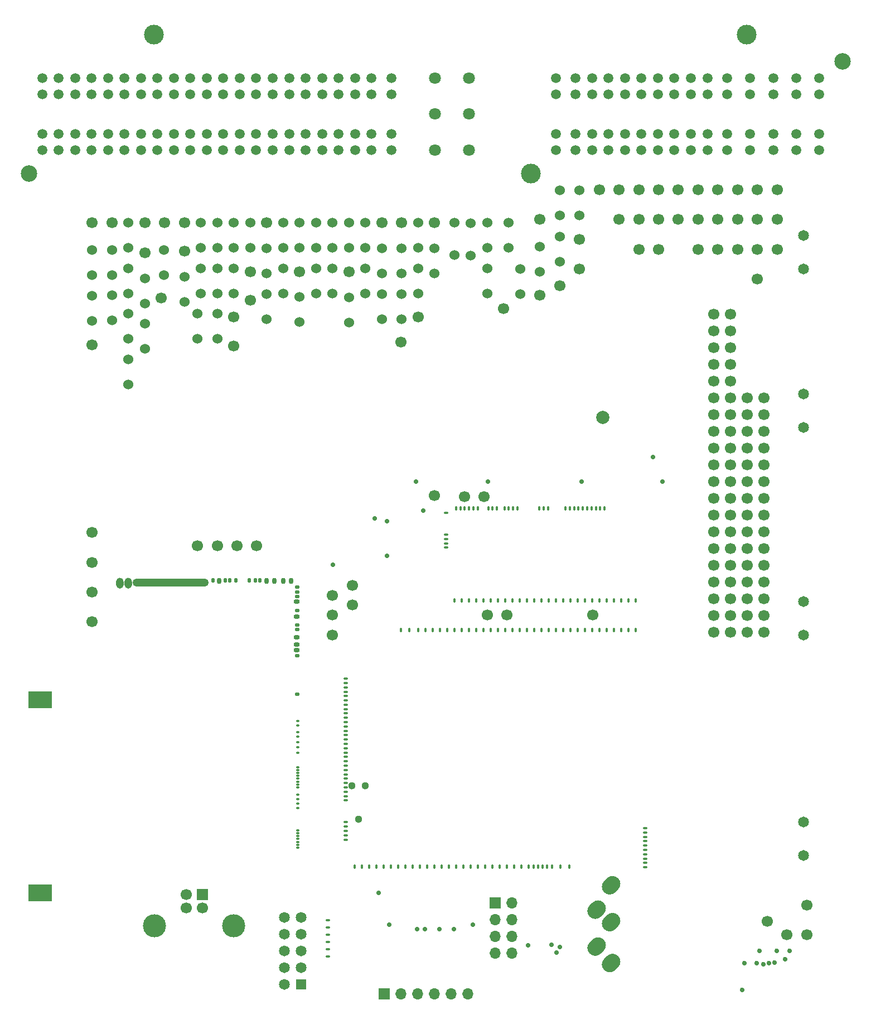
<source format=gbs>
G75*
G70*
%OFA0B0*%
%FSLAX25Y25*%
%IPPOS*%
%LPD*%
%AMOC8*
5,1,8,0,0,1.08239X$1,22.5*
%
%AMM170*
21,1,0.015350,0.009840,-0.000000,-0.000000,180.000000*
21,1,0.000000,0.025200,-0.000000,-0.000000,180.000000*
1,1,0.015350,-0.000000,0.004920*
1,1,0.015350,-0.000000,0.004920*
1,1,0.015350,-0.000000,-0.004920*
1,1,0.015350,-0.000000,-0.004920*
%
%AMM171*
21,1,0.015350,0.009840,-0.000000,-0.000000,270.000000*
21,1,0.000000,0.025200,-0.000000,-0.000000,270.000000*
1,1,0.015350,-0.004920,-0.000000*
1,1,0.015350,-0.004920,-0.000000*
1,1,0.015350,0.004920,-0.000000*
1,1,0.015350,0.004920,-0.000000*
%
%AMM330*
21,1,0.015350,0.009840,-0.000000,0.000000,270.000000*
21,1,0.000000,0.025200,-0.000000,0.000000,270.000000*
1,1,0.015350,-0.004920,0.000000*
1,1,0.015350,-0.004920,0.000000*
1,1,0.015350,0.004920,0.000000*
1,1,0.015350,0.004920,0.000000*
%
%ADD102C,0.04451*%
%ADD115C,0.07087*%
%ADD118C,0.09843*%
%ADD129O,0.03937X0.05906*%
%ADD130C,0.02362*%
%ADD132C,0.06496*%
%ADD142C,0.13780*%
%ADD145O,0.01575X0.02362*%
%ADD170O,0.02362X0.03150*%
%ADD175O,0.02913X0.02126*%
%ADD186O,0.04488X0.06457*%
%ADD195O,0.45433X0.04882*%
%ADD217O,0.03701X0.02913*%
%ADD231C,0.06457*%
%ADD234O,0.03150X0.02362*%
%ADD235O,0.02362X0.01575*%
%ADD245C,0.06000*%
%ADD260R,0.06457X0.06457*%
%ADD276O,0.06693X0.06693*%
%ADD291O,0.02126X0.01339*%
%ADD30O,0.02913X0.03701*%
%ADD301O,0.01575X0.00787*%
%ADD335M170*%
%ADD336M171*%
%ADD40C,0.06693*%
%ADD42C,0.07874*%
%ADD44C,0.05906*%
%ADD48R,0.06693X0.06693*%
%ADD49R,0.14173X0.10236*%
%ADD50O,0.44882X0.04331*%
%ADD519M330*%
%ADD72O,0.02126X0.02913*%
%ADD77C,0.11811*%
%ADD88C,0.02913*%
X0000000Y0000000D02*
%LPD*%
G01*
D40*
X0411417Y0505906D03*
D245*
X0129921Y0416909D03*
X0129921Y0431909D03*
D40*
X0505906Y0470472D03*
X0446850Y0488189D03*
D48*
X0282992Y0025591D03*
D276*
X0292992Y0025591D03*
X0302992Y0025591D03*
X0312992Y0025591D03*
X0322992Y0025591D03*
X0332992Y0025591D03*
D245*
X0334646Y0486024D03*
X0334646Y0466732D03*
D40*
X0482283Y0505906D03*
X0499921Y0291772D03*
X0499921Y0301772D03*
X0499921Y0311772D03*
X0499921Y0321772D03*
X0499921Y0331772D03*
X0509921Y0291772D03*
X0509921Y0301772D03*
X0509921Y0311772D03*
X0509921Y0321772D03*
X0509921Y0331772D03*
X0312992Y0486240D03*
D77*
X0145325Y0598819D03*
D118*
X0556742Y0582677D03*
D77*
X0370522Y0515748D03*
D118*
X0070522Y0515748D03*
D77*
X0499656Y0598819D03*
D44*
X0542963Y0572835D03*
X0529183Y0572835D03*
X0515404Y0572835D03*
X0501624Y0572835D03*
X0487844Y0572835D03*
X0476033Y0572835D03*
X0466191Y0572835D03*
X0456348Y0572835D03*
X0446506Y0572835D03*
X0436663Y0572835D03*
X0426821Y0572835D03*
X0416978Y0572835D03*
X0407136Y0572835D03*
X0397293Y0572835D03*
X0385482Y0572835D03*
X0542963Y0562992D03*
X0529183Y0562992D03*
X0515404Y0562992D03*
X0501624Y0562992D03*
X0487844Y0562992D03*
X0476033Y0562992D03*
X0466191Y0562992D03*
X0456348Y0562992D03*
X0446506Y0562992D03*
X0436663Y0562992D03*
X0426821Y0562992D03*
X0416978Y0562992D03*
X0407136Y0562992D03*
X0397293Y0562992D03*
X0385482Y0562992D03*
X0542963Y0539370D03*
X0529183Y0539370D03*
X0515404Y0539370D03*
X0501624Y0539370D03*
X0487844Y0539370D03*
X0476033Y0539370D03*
X0466191Y0539370D03*
X0456348Y0539370D03*
X0446506Y0539370D03*
X0436663Y0539370D03*
X0426821Y0539370D03*
X0416978Y0539370D03*
X0407136Y0539370D03*
X0397293Y0539370D03*
X0385482Y0539370D03*
X0542963Y0529528D03*
X0529183Y0529528D03*
X0515404Y0529528D03*
X0501624Y0529528D03*
X0487844Y0529528D03*
X0476033Y0529528D03*
X0466191Y0529528D03*
X0456348Y0529528D03*
X0446506Y0529528D03*
X0436663Y0529528D03*
X0426821Y0529528D03*
X0416978Y0529528D03*
X0407136Y0529528D03*
X0397293Y0529528D03*
X0385482Y0529528D03*
D115*
X0333514Y0572835D03*
X0313041Y0572835D03*
X0333514Y0551181D03*
X0313041Y0551181D03*
X0333514Y0529528D03*
X0313041Y0529528D03*
D44*
X0287057Y0572835D03*
X0275246Y0572835D03*
X0265404Y0572835D03*
X0255561Y0572835D03*
X0245719Y0572835D03*
X0235876Y0572835D03*
X0226033Y0572835D03*
X0216191Y0572835D03*
X0206348Y0572835D03*
X0196506Y0572835D03*
X0186663Y0572835D03*
X0176821Y0572835D03*
X0166978Y0572835D03*
X0157136Y0572835D03*
X0147293Y0572835D03*
X0137451Y0572835D03*
X0127608Y0572835D03*
X0117766Y0572835D03*
X0107923Y0572835D03*
X0098081Y0572835D03*
X0088238Y0572835D03*
X0078396Y0572835D03*
X0287057Y0562992D03*
X0275246Y0562992D03*
X0265404Y0562992D03*
X0255561Y0562992D03*
X0245719Y0562992D03*
X0235876Y0562992D03*
X0226033Y0562992D03*
X0216191Y0562992D03*
X0206348Y0562992D03*
X0196506Y0562992D03*
X0186663Y0562992D03*
X0176821Y0562992D03*
X0166978Y0562992D03*
X0157136Y0562992D03*
X0147293Y0562992D03*
X0137451Y0562992D03*
X0127608Y0562992D03*
X0117766Y0562992D03*
X0107923Y0562992D03*
X0098081Y0562992D03*
X0088238Y0562992D03*
X0078396Y0562992D03*
X0287057Y0539370D03*
X0275246Y0539370D03*
X0265404Y0539370D03*
X0255561Y0539370D03*
X0245719Y0539370D03*
X0235876Y0539370D03*
X0226033Y0539370D03*
X0216191Y0539370D03*
X0206348Y0539370D03*
X0196506Y0539370D03*
X0186663Y0539370D03*
X0176821Y0539370D03*
X0166978Y0539370D03*
X0157136Y0539370D03*
X0147293Y0539370D03*
X0137451Y0539370D03*
X0127608Y0539370D03*
X0117766Y0539370D03*
X0107923Y0539370D03*
X0098081Y0539370D03*
X0088238Y0539370D03*
X0078396Y0539370D03*
X0287057Y0529528D03*
X0275246Y0529528D03*
X0265404Y0529528D03*
X0255561Y0529528D03*
X0245719Y0529528D03*
X0235876Y0529528D03*
X0226033Y0529528D03*
X0216191Y0529528D03*
X0206348Y0529528D03*
X0196506Y0529528D03*
X0186663Y0529528D03*
X0176821Y0529528D03*
X0166978Y0529528D03*
X0157136Y0529528D03*
X0147293Y0529528D03*
X0137451Y0529528D03*
X0127608Y0529528D03*
X0117766Y0529528D03*
X0107923Y0529528D03*
X0098081Y0529528D03*
X0088238Y0529528D03*
X0078396Y0529528D03*
D245*
X0163386Y0438957D03*
X0163386Y0453957D03*
D40*
X0458661Y0505906D03*
D245*
X0139764Y0438169D03*
X0139764Y0453169D03*
X0251969Y0444075D03*
X0251969Y0459075D03*
D48*
X0174213Y0084951D03*
D40*
X0164370Y0084951D03*
X0164370Y0077077D03*
X0174213Y0077077D03*
D142*
X0192992Y0066407D03*
X0145591Y0066407D03*
D40*
X0375984Y0442913D03*
X0458661Y0488189D03*
X0171260Y0293307D03*
X0292913Y0414961D03*
X0263780Y0269685D03*
D245*
X0183071Y0471240D03*
X0183071Y0486240D03*
X0222441Y0443878D03*
X0222441Y0458878D03*
D40*
X0494094Y0488189D03*
D245*
X0271654Y0444075D03*
X0271654Y0459075D03*
X0212598Y0428720D03*
X0212598Y0443720D03*
D40*
X0482283Y0470472D03*
D245*
X0139764Y0411004D03*
X0139764Y0426004D03*
D40*
X0499921Y0341772D03*
X0499921Y0351772D03*
X0499921Y0361772D03*
X0499921Y0371772D03*
X0499921Y0381772D03*
X0509921Y0341772D03*
X0509921Y0351772D03*
X0509921Y0361772D03*
X0509921Y0371772D03*
X0509921Y0381772D03*
X0356299Y0251969D03*
X0108268Y0413386D03*
X0435039Y0488189D03*
X0505906Y0488189D03*
X0505906Y0505906D03*
G36*
G01*
X0248622Y0070177D02*
X0249606Y0070177D01*
G75*
G02*
X0250098Y0069685I0000000J-000492D01*
G01*
X0250098Y0069685D01*
G75*
G02*
X0249606Y0069193I-000492J0000000D01*
G01*
X0248622Y0069193D01*
G75*
G02*
X0248130Y0069685I0000000J0000492D01*
G01*
X0248130Y0069685D01*
G75*
G02*
X0248622Y0070177I0000492J0000000D01*
G01*
G37*
G36*
G01*
X0248622Y0065846D02*
X0249606Y0065846D01*
G75*
G02*
X0250098Y0065354I0000000J-000492D01*
G01*
X0250098Y0065354D01*
G75*
G02*
X0249606Y0064862I-000492J0000000D01*
G01*
X0248622Y0064862D01*
G75*
G02*
X0248130Y0065354I0000000J0000492D01*
G01*
X0248130Y0065354D01*
G75*
G02*
X0248622Y0065846I0000492J0000000D01*
G01*
G37*
G36*
G01*
X0248622Y0061516D02*
X0249606Y0061516D01*
G75*
G02*
X0250098Y0061024I0000000J-000492D01*
G01*
X0250098Y0061024D01*
G75*
G02*
X0249606Y0060531I-000492J0000000D01*
G01*
X0248622Y0060531D01*
G75*
G02*
X0248130Y0061024I0000000J0000492D01*
G01*
X0248130Y0061024D01*
G75*
G02*
X0248622Y0061516I0000492J0000000D01*
G01*
G37*
G36*
G01*
X0248622Y0057185D02*
X0249606Y0057185D01*
G75*
G02*
X0250098Y0056693I0000000J-000492D01*
G01*
X0250098Y0056693D01*
G75*
G02*
X0249606Y0056201I-000492J0000000D01*
G01*
X0248622Y0056201D01*
G75*
G02*
X0248130Y0056693I0000000J0000492D01*
G01*
X0248130Y0056693D01*
G75*
G02*
X0248622Y0057185I0000492J0000000D01*
G01*
G37*
G36*
G01*
X0248622Y0052854D02*
X0249606Y0052854D01*
G75*
G02*
X0250098Y0052362I0000000J-000492D01*
G01*
X0250098Y0052362D01*
G75*
G02*
X0249606Y0051870I-000492J0000000D01*
G01*
X0248622Y0051870D01*
G75*
G02*
X0248130Y0052362I0000000J0000492D01*
G01*
X0248130Y0052362D01*
G75*
G02*
X0248622Y0052854I0000492J0000000D01*
G01*
G37*
G36*
G01*
X0248622Y0048524D02*
X0249606Y0048524D01*
G75*
G02*
X0250098Y0048032I0000000J-000492D01*
G01*
X0250098Y0048032D01*
G75*
G02*
X0249606Y0047539I-000492J0000000D01*
G01*
X0248622Y0047539D01*
G75*
G02*
X0248130Y0048032I0000000J0000492D01*
G01*
X0248130Y0048032D01*
G75*
G02*
X0248622Y0048524I0000492J0000000D01*
G01*
G37*
D245*
X0303150Y0471240D03*
X0303150Y0486240D03*
D40*
X0470472Y0505906D03*
D245*
X0399606Y0490531D03*
X0399606Y0505531D03*
X0222441Y0471240D03*
X0222441Y0486240D03*
D40*
X0139764Y0468504D03*
X0479921Y0241772D03*
X0479921Y0251772D03*
X0479921Y0261772D03*
X0479921Y0271772D03*
X0479921Y0281772D03*
X0489921Y0241772D03*
X0489921Y0251772D03*
X0489921Y0261772D03*
X0489921Y0271772D03*
X0489921Y0281772D03*
X0535433Y0078740D03*
X0232283Y0457087D03*
X0505906Y0452756D03*
X0120079Y0486220D03*
D245*
X0232283Y0427146D03*
X0232283Y0442146D03*
D40*
X0183071Y0293307D03*
D245*
X0108268Y0427539D03*
X0108268Y0442539D03*
X0192913Y0444075D03*
X0192913Y0459075D03*
X0129921Y0444075D03*
X0129921Y0459075D03*
X0344488Y0471220D03*
X0344488Y0486220D03*
X0183071Y0416909D03*
X0183071Y0431909D03*
D40*
X0163386Y0486220D03*
D245*
X0129921Y0389744D03*
X0129921Y0404744D03*
D40*
X0446850Y0470472D03*
X0517717Y0505906D03*
D245*
X0120079Y0427933D03*
X0120079Y0442933D03*
D40*
X0535433Y0061024D03*
X0108268Y0248031D03*
X0479921Y0391772D03*
X0479921Y0401772D03*
X0479921Y0411772D03*
X0479921Y0421772D03*
X0479921Y0431772D03*
X0489921Y0391772D03*
X0489921Y0401772D03*
X0489921Y0411772D03*
X0489921Y0421772D03*
X0489921Y0431772D03*
X0479921Y0291772D03*
X0479921Y0301772D03*
X0479921Y0311772D03*
X0479921Y0321772D03*
X0479921Y0331772D03*
X0489921Y0291772D03*
X0489921Y0301772D03*
X0489921Y0311772D03*
X0489921Y0321772D03*
X0489921Y0331772D03*
X0163386Y0469291D03*
D132*
X0533465Y0478661D03*
X0533465Y0458661D03*
D245*
X0242126Y0444075D03*
X0242126Y0459075D03*
D132*
X0533465Y0260157D03*
X0533465Y0240157D03*
D245*
X0120079Y0455098D03*
X0120079Y0470098D03*
X0171260Y0416909D03*
X0171260Y0431909D03*
X0173228Y0471240D03*
X0173228Y0486240D03*
X0324803Y0486220D03*
X0324803Y0466929D03*
D40*
X0435039Y0470472D03*
D245*
X0151181Y0455098D03*
X0151181Y0470098D03*
X0375984Y0457067D03*
X0375984Y0472067D03*
D40*
X0423228Y0488189D03*
G36*
G01*
X0414018Y0080160D02*
X0414018Y0080160D01*
G75*
G02*
X0414018Y0073479I-003341J-003341D01*
G01*
X0412348Y0071808D01*
G75*
G02*
X0405667Y0071808I-003341J0003341D01*
G01*
X0405667Y0071808D01*
G75*
G02*
X0405667Y0078490I0003341J0003341D01*
G01*
X0407337Y0080160D01*
G75*
G02*
X0414018Y0080160I0003341J-003341D01*
G01*
G37*
G36*
G01*
X0422680Y0072680D02*
X0422680Y0072680D01*
G75*
G02*
X0422680Y0065998I-003341J-003341D01*
G01*
X0421009Y0064328D01*
G75*
G02*
X0414328Y0064328I-003341J0003341D01*
G01*
X0414328Y0064328D01*
G75*
G02*
X0414328Y0071009I0003341J0003341D01*
G01*
X0415998Y0072680D01*
G75*
G02*
X0422680Y0072680I0003341J-003341D01*
G01*
G37*
G36*
G01*
X0422680Y0048270D02*
X0422680Y0048270D01*
G75*
G02*
X0422680Y0041589I-003341J-003341D01*
G01*
X0421009Y0039919D01*
G75*
G02*
X0414328Y0039919I-003341J0003341D01*
G01*
X0414328Y0039919D01*
G75*
G02*
X0414328Y0046600I0003341J0003341D01*
G01*
X0415998Y0048270D01*
G75*
G02*
X0422680Y0048270I0003341J-003341D01*
G01*
G37*
G36*
G01*
X0414018Y0058113D02*
X0414018Y0058113D01*
G75*
G02*
X0414018Y0051432I-003341J-003341D01*
G01*
X0412348Y0049761D01*
G75*
G02*
X0405667Y0049761I-003341J0003341D01*
G01*
X0405667Y0049761D01*
G75*
G02*
X0405667Y0056443I0003341J0003341D01*
G01*
X0407337Y0058113D01*
G75*
G02*
X0414018Y0058113I0003341J-003341D01*
G01*
G37*
G36*
G01*
X0422680Y0094727D02*
X0422680Y0094727D01*
G75*
G02*
X0422680Y0088046I-003341J-003341D01*
G01*
X0421009Y0086375D01*
G75*
G02*
X0414328Y0086375I-003341J0003341D01*
G01*
X0414328Y0086375D01*
G75*
G02*
X0414328Y0093057I0003341J0003341D01*
G01*
X0415998Y0094727D01*
G75*
G02*
X0422680Y0094727I0003341J-003341D01*
G01*
G37*
D245*
X0281496Y0428720D03*
X0281496Y0443720D03*
D40*
X0149606Y0441339D03*
X0399606Y0458661D03*
D132*
X0533465Y0128268D03*
X0533465Y0108268D03*
D40*
X0251969Y0251969D03*
X0511811Y0068898D03*
D48*
X0349311Y0079921D03*
D276*
X0359311Y0079921D03*
X0349311Y0069921D03*
X0359311Y0069921D03*
X0349311Y0059921D03*
X0359311Y0059921D03*
X0349311Y0049921D03*
X0359311Y0049921D03*
D40*
X0517717Y0470472D03*
X0139764Y0486220D03*
D245*
X0192913Y0471240D03*
X0192913Y0486240D03*
X0232283Y0471240D03*
X0232283Y0486240D03*
X0357087Y0471220D03*
X0357087Y0486220D03*
D130*
X0505657Y0044468D03*
X0507330Y0051693D03*
X0509496Y0043622D03*
X0512940Y0044468D03*
X0516287Y0044763D03*
X0517566Y0051693D03*
X0522684Y0046535D03*
X0525244Y0051693D03*
X0496995Y0028366D03*
X0498177Y0044409D03*
D132*
X0533465Y0384016D03*
X0533465Y0364016D03*
D130*
X0449117Y0331545D03*
X0344931Y0331545D03*
X0302018Y0331545D03*
X0400837Y0331545D03*
X0443652Y0346506D03*
D245*
X0293307Y0455886D03*
X0293307Y0470886D03*
D130*
X0252228Y0282039D03*
X0284610Y0287255D03*
X0284541Y0307856D03*
X0277130Y0309795D03*
X0306067Y0314224D03*
G36*
G01*
X0259293Y0118321D02*
X0260278Y0118321D01*
G75*
G02*
X0260770Y0117829I0000000J-000492D01*
G01*
X0260770Y0117829D01*
G75*
G02*
X0260278Y0117337I-000492J0000000D01*
G01*
X0259293Y0117337D01*
G75*
G02*
X0258801Y0117829I0000000J0000492D01*
G01*
X0258801Y0117829D01*
G75*
G02*
X0259293Y0118321I0000492J0000000D01*
G01*
G37*
G36*
G01*
X0260278Y0119936D02*
X0259293Y0119936D01*
G75*
G02*
X0258801Y0120428I0000000J0000492D01*
G01*
X0258801Y0120428D01*
G75*
G02*
X0259293Y0120920I0000492J0000000D01*
G01*
X0260278Y0120920D01*
G75*
G02*
X0260770Y0120428I0000000J-000492D01*
G01*
X0260770Y0120428D01*
G75*
G02*
X0260278Y0119936I-000492J0000000D01*
G01*
G37*
G36*
G01*
X0260278Y0122534D02*
X0259293Y0122534D01*
G75*
G02*
X0258801Y0123026I0000000J0000492D01*
G01*
X0258801Y0123026D01*
G75*
G02*
X0259293Y0123518I0000492J0000000D01*
G01*
X0260278Y0123518D01*
G75*
G02*
X0260770Y0123026I0000000J-000492D01*
G01*
X0260770Y0123026D01*
G75*
G02*
X0260278Y0122534I-000492J0000000D01*
G01*
G37*
G36*
G01*
X0260278Y0125132D02*
X0259293Y0125132D01*
G75*
G02*
X0258801Y0125625I0000000J0000492D01*
G01*
X0258801Y0125625D01*
G75*
G02*
X0259293Y0126117I0000492J0000000D01*
G01*
X0260278Y0126117D01*
G75*
G02*
X0260770Y0125625I0000000J-000492D01*
G01*
X0260770Y0125625D01*
G75*
G02*
X0260278Y0125132I-000492J0000000D01*
G01*
G37*
G36*
G01*
X0260278Y0127731D02*
X0259293Y0127731D01*
G75*
G02*
X0258801Y0128223I0000000J0000492D01*
G01*
X0258801Y0128223D01*
G75*
G02*
X0259293Y0128715I0000492J0000000D01*
G01*
X0260278Y0128715D01*
G75*
G02*
X0260770Y0128223I0000000J-000492D01*
G01*
X0260770Y0128223D01*
G75*
G02*
X0260278Y0127731I-000492J0000000D01*
G01*
G37*
G36*
G01*
X0260278Y0140723D02*
X0259293Y0140723D01*
G75*
G02*
X0258801Y0141215I0000000J0000492D01*
G01*
X0258801Y0141215D01*
G75*
G02*
X0259293Y0141707I0000492J0000000D01*
G01*
X0260278Y0141707D01*
G75*
G02*
X0260770Y0141215I0000000J-000492D01*
G01*
X0260770Y0141215D01*
G75*
G02*
X0260278Y0140723I-000492J0000000D01*
G01*
G37*
G36*
G01*
X0260278Y0143321D02*
X0259293Y0143321D01*
G75*
G02*
X0258801Y0143813I0000000J0000492D01*
G01*
X0258801Y0143813D01*
G75*
G02*
X0259293Y0144306I0000492J0000000D01*
G01*
X0260278Y0144306D01*
G75*
G02*
X0260770Y0143813I0000000J-000492D01*
G01*
X0260770Y0143813D01*
G75*
G02*
X0260278Y0143321I-000492J0000000D01*
G01*
G37*
G36*
G01*
X0260278Y0145920D02*
X0259293Y0145920D01*
G75*
G02*
X0258801Y0146412I0000000J0000492D01*
G01*
X0258801Y0146412D01*
G75*
G02*
X0259293Y0146904I0000492J0000000D01*
G01*
X0260278Y0146904D01*
G75*
G02*
X0260770Y0146412I0000000J-000492D01*
G01*
X0260770Y0146412D01*
G75*
G02*
X0260278Y0145920I-000492J0000000D01*
G01*
G37*
G36*
G01*
X0260278Y0148518D02*
X0259293Y0148518D01*
G75*
G02*
X0258801Y0149010I0000000J0000492D01*
G01*
X0258801Y0149010D01*
G75*
G02*
X0259293Y0149502I0000492J0000000D01*
G01*
X0260278Y0149502D01*
G75*
G02*
X0260770Y0149010I0000000J-000492D01*
G01*
X0260770Y0149010D01*
G75*
G02*
X0260278Y0148518I-000492J0000000D01*
G01*
G37*
G36*
G01*
X0260278Y0151117D02*
X0259293Y0151117D01*
G75*
G02*
X0258801Y0151609I0000000J0000492D01*
G01*
X0258801Y0151609D01*
G75*
G02*
X0259293Y0152101I0000492J0000000D01*
G01*
X0260278Y0152101D01*
G75*
G02*
X0260770Y0151609I0000000J-000492D01*
G01*
X0260770Y0151609D01*
G75*
G02*
X0260278Y0151117I-000492J0000000D01*
G01*
G37*
G36*
G01*
X0260278Y0153715D02*
X0259293Y0153715D01*
G75*
G02*
X0258801Y0154207I0000000J0000492D01*
G01*
X0258801Y0154207D01*
G75*
G02*
X0259293Y0154699I0000492J0000000D01*
G01*
X0260278Y0154699D01*
G75*
G02*
X0260770Y0154207I0000000J-000492D01*
G01*
X0260770Y0154207D01*
G75*
G02*
X0260278Y0153715I-000492J0000000D01*
G01*
G37*
G36*
G01*
X0260278Y0156313D02*
X0259293Y0156313D01*
G75*
G02*
X0258801Y0156806I0000000J0000492D01*
G01*
X0258801Y0156806D01*
G75*
G02*
X0259293Y0157298I0000492J0000000D01*
G01*
X0260278Y0157298D01*
G75*
G02*
X0260770Y0156806I0000000J-000492D01*
G01*
X0260770Y0156806D01*
G75*
G02*
X0260278Y0156313I-000492J0000000D01*
G01*
G37*
G36*
G01*
X0260278Y0158912D02*
X0259293Y0158912D01*
G75*
G02*
X0258801Y0159404I0000000J0000492D01*
G01*
X0258801Y0159404D01*
G75*
G02*
X0259293Y0159896I0000492J0000000D01*
G01*
X0260278Y0159896D01*
G75*
G02*
X0260770Y0159404I0000000J-000492D01*
G01*
X0260770Y0159404D01*
G75*
G02*
X0260278Y0158912I-000492J0000000D01*
G01*
G37*
G36*
G01*
X0260278Y0161510D02*
X0259293Y0161510D01*
G75*
G02*
X0258801Y0162002I0000000J0000492D01*
G01*
X0258801Y0162002D01*
G75*
G02*
X0259293Y0162495I0000492J0000000D01*
G01*
X0260278Y0162495D01*
G75*
G02*
X0260770Y0162002I0000000J-000492D01*
G01*
X0260770Y0162002D01*
G75*
G02*
X0260278Y0161510I-000492J0000000D01*
G01*
G37*
G36*
G01*
X0260278Y0164109D02*
X0259293Y0164109D01*
G75*
G02*
X0258801Y0164601I0000000J0000492D01*
G01*
X0258801Y0164601D01*
G75*
G02*
X0259293Y0165093I0000492J0000000D01*
G01*
X0260278Y0165093D01*
G75*
G02*
X0260770Y0164601I0000000J-000492D01*
G01*
X0260770Y0164601D01*
G75*
G02*
X0260278Y0164109I-000492J0000000D01*
G01*
G37*
G36*
G01*
X0260278Y0166707D02*
X0259293Y0166707D01*
G75*
G02*
X0258801Y0167199I0000000J0000492D01*
G01*
X0258801Y0167199D01*
G75*
G02*
X0259293Y0167691I0000492J0000000D01*
G01*
X0260278Y0167691D01*
G75*
G02*
X0260770Y0167199I0000000J-000492D01*
G01*
X0260770Y0167199D01*
G75*
G02*
X0260278Y0166707I-000492J0000000D01*
G01*
G37*
G36*
G01*
X0260278Y0169306D02*
X0259293Y0169306D01*
G75*
G02*
X0258801Y0169798I0000000J0000492D01*
G01*
X0258801Y0169798D01*
G75*
G02*
X0259293Y0170290I0000492J0000000D01*
G01*
X0260278Y0170290D01*
G75*
G02*
X0260770Y0169798I0000000J-000492D01*
G01*
X0260770Y0169798D01*
G75*
G02*
X0260278Y0169306I-000492J0000000D01*
G01*
G37*
G36*
G01*
X0260278Y0171904D02*
X0259293Y0171904D01*
G75*
G02*
X0258801Y0172396I0000000J0000492D01*
G01*
X0258801Y0172396D01*
G75*
G02*
X0259293Y0172888I0000492J0000000D01*
G01*
X0260278Y0172888D01*
G75*
G02*
X0260770Y0172396I0000000J-000492D01*
G01*
X0260770Y0172396D01*
G75*
G02*
X0260278Y0171904I-000492J0000000D01*
G01*
G37*
G36*
G01*
X0260278Y0174502D02*
X0259293Y0174502D01*
G75*
G02*
X0258801Y0174995I0000000J0000492D01*
G01*
X0258801Y0174995D01*
G75*
G02*
X0259293Y0175487I0000492J0000000D01*
G01*
X0260278Y0175487D01*
G75*
G02*
X0260770Y0174995I0000000J-000492D01*
G01*
X0260770Y0174995D01*
G75*
G02*
X0260278Y0174502I-000492J0000000D01*
G01*
G37*
G36*
G01*
X0260278Y0177101D02*
X0259293Y0177101D01*
G75*
G02*
X0258801Y0177593I0000000J0000492D01*
G01*
X0258801Y0177593D01*
G75*
G02*
X0259293Y0178085I0000492J0000000D01*
G01*
X0260278Y0178085D01*
G75*
G02*
X0260770Y0177593I0000000J-000492D01*
G01*
X0260770Y0177593D01*
G75*
G02*
X0260278Y0177101I-000492J0000000D01*
G01*
G37*
G36*
G01*
X0260278Y0179699D02*
X0259293Y0179699D01*
G75*
G02*
X0258801Y0180191I0000000J0000492D01*
G01*
X0258801Y0180191D01*
G75*
G02*
X0259293Y0180684I0000492J0000000D01*
G01*
X0260278Y0180684D01*
G75*
G02*
X0260770Y0180191I0000000J-000492D01*
G01*
X0260770Y0180191D01*
G75*
G02*
X0260278Y0179699I-000492J0000000D01*
G01*
G37*
G36*
G01*
X0260278Y0182298D02*
X0259293Y0182298D01*
G75*
G02*
X0258801Y0182790I0000000J0000492D01*
G01*
X0258801Y0182790D01*
G75*
G02*
X0259293Y0183282I0000492J0000000D01*
G01*
X0260278Y0183282D01*
G75*
G02*
X0260770Y0182790I0000000J-000492D01*
G01*
X0260770Y0182790D01*
G75*
G02*
X0260278Y0182298I-000492J0000000D01*
G01*
G37*
G36*
G01*
X0260278Y0184896D02*
X0259293Y0184896D01*
G75*
G02*
X0258801Y0185388I0000000J0000492D01*
G01*
X0258801Y0185388D01*
G75*
G02*
X0259293Y0185880I0000492J0000000D01*
G01*
X0260278Y0185880D01*
G75*
G02*
X0260770Y0185388I0000000J-000492D01*
G01*
X0260770Y0185388D01*
G75*
G02*
X0260278Y0184896I-000492J0000000D01*
G01*
G37*
G36*
G01*
X0260278Y0187495D02*
X0259293Y0187495D01*
G75*
G02*
X0258801Y0187987I0000000J0000492D01*
G01*
X0258801Y0187987D01*
G75*
G02*
X0259293Y0188479I0000492J0000000D01*
G01*
X0260278Y0188479D01*
G75*
G02*
X0260770Y0187987I0000000J-000492D01*
G01*
X0260770Y0187987D01*
G75*
G02*
X0260278Y0187495I-000492J0000000D01*
G01*
G37*
G36*
G01*
X0260278Y0190093D02*
X0259293Y0190093D01*
G75*
G02*
X0258801Y0190585I0000000J0000492D01*
G01*
X0258801Y0190585D01*
G75*
G02*
X0259293Y0191077I0000492J0000000D01*
G01*
X0260278Y0191077D01*
G75*
G02*
X0260770Y0190585I0000000J-000492D01*
G01*
X0260770Y0190585D01*
G75*
G02*
X0260278Y0190093I-000492J0000000D01*
G01*
G37*
G36*
G01*
X0260278Y0192691D02*
X0259293Y0192691D01*
G75*
G02*
X0258801Y0193184I0000000J0000492D01*
G01*
X0258801Y0193184D01*
G75*
G02*
X0259293Y0193676I0000492J0000000D01*
G01*
X0260278Y0193676D01*
G75*
G02*
X0260770Y0193184I0000000J-000492D01*
G01*
X0260770Y0193184D01*
G75*
G02*
X0260278Y0192691I-000492J0000000D01*
G01*
G37*
G36*
G01*
X0260278Y0195290D02*
X0259293Y0195290D01*
G75*
G02*
X0258801Y0195782I0000000J0000492D01*
G01*
X0258801Y0195782D01*
G75*
G02*
X0259293Y0196274I0000492J0000000D01*
G01*
X0260278Y0196274D01*
G75*
G02*
X0260770Y0195782I0000000J-000492D01*
G01*
X0260770Y0195782D01*
G75*
G02*
X0260278Y0195290I-000492J0000000D01*
G01*
G37*
G36*
G01*
X0260278Y0197888D02*
X0259293Y0197888D01*
G75*
G02*
X0258801Y0198380I0000000J0000492D01*
G01*
X0258801Y0198380D01*
G75*
G02*
X0259293Y0198873I0000492J0000000D01*
G01*
X0260278Y0198873D01*
G75*
G02*
X0260770Y0198380I0000000J-000492D01*
G01*
X0260770Y0198380D01*
G75*
G02*
X0260278Y0197888I-000492J0000000D01*
G01*
G37*
G36*
G01*
X0260278Y0200487D02*
X0259293Y0200487D01*
G75*
G02*
X0258801Y0200979I0000000J0000492D01*
G01*
X0258801Y0200979D01*
G75*
G02*
X0259293Y0201471I0000492J0000000D01*
G01*
X0260278Y0201471D01*
G75*
G02*
X0260770Y0200979I0000000J-000492D01*
G01*
X0260770Y0200979D01*
G75*
G02*
X0260278Y0200487I-000492J0000000D01*
G01*
G37*
G36*
G01*
X0260278Y0203085D02*
X0259293Y0203085D01*
G75*
G02*
X0258801Y0203577I0000000J0000492D01*
G01*
X0258801Y0203577D01*
G75*
G02*
X0259293Y0204069I0000492J0000000D01*
G01*
X0260278Y0204069D01*
G75*
G02*
X0260770Y0203577I0000000J-000492D01*
G01*
X0260770Y0203577D01*
G75*
G02*
X0260278Y0203085I-000492J0000000D01*
G01*
G37*
G36*
G01*
X0260278Y0205684D02*
X0259293Y0205684D01*
G75*
G02*
X0258801Y0206176I0000000J0000492D01*
G01*
X0258801Y0206176D01*
G75*
G02*
X0259293Y0206668I0000492J0000000D01*
G01*
X0260278Y0206668D01*
G75*
G02*
X0260770Y0206176I0000000J-000492D01*
G01*
X0260770Y0206176D01*
G75*
G02*
X0260278Y0205684I-000492J0000000D01*
G01*
G37*
G36*
G01*
X0260278Y0208282D02*
X0259293Y0208282D01*
G75*
G02*
X0258801Y0208774I0000000J0000492D01*
G01*
X0258801Y0208774D01*
G75*
G02*
X0259293Y0209266I0000492J0000000D01*
G01*
X0260278Y0209266D01*
G75*
G02*
X0260770Y0208774I0000000J-000492D01*
G01*
X0260770Y0208774D01*
G75*
G02*
X0260278Y0208282I-000492J0000000D01*
G01*
G37*
G36*
G01*
X0260278Y0210880D02*
X0259293Y0210880D01*
G75*
G02*
X0258801Y0211373I0000000J0000492D01*
G01*
X0258801Y0211373D01*
G75*
G02*
X0259293Y0211865I0000492J0000000D01*
G01*
X0260278Y0211865D01*
G75*
G02*
X0260770Y0211373I0000000J-000492D01*
G01*
X0260770Y0211373D01*
G75*
G02*
X0260278Y0210880I-000492J0000000D01*
G01*
G37*
G36*
G01*
X0260278Y0213479D02*
X0259293Y0213479D01*
G75*
G02*
X0258801Y0213971I0000000J0000492D01*
G01*
X0258801Y0213971D01*
G75*
G02*
X0259293Y0214463I0000492J0000000D01*
G01*
X0260278Y0214463D01*
G75*
G02*
X0260770Y0213971I0000000J-000492D01*
G01*
X0260770Y0213971D01*
G75*
G02*
X0260278Y0213479I-000492J0000000D01*
G01*
G37*
G36*
G01*
X0392943Y0101089D02*
X0392943Y0102073D01*
G75*
G02*
X0393435Y0102565I0000492J0000000D01*
G01*
X0393435Y0102565D01*
G75*
G02*
X0393927Y0102073I0000000J-000492D01*
G01*
X0393927Y0101089D01*
G75*
G02*
X0393435Y0100597I-000492J0000000D01*
G01*
X0393435Y0100597D01*
G75*
G02*
X0392943Y0101089I0000000J0000492D01*
G01*
G37*
G36*
G01*
X0388730Y0102073D02*
X0388730Y0101089D01*
G75*
G02*
X0388238Y0100597I-000492J0000000D01*
G01*
X0388238Y0100597D01*
G75*
G02*
X0387746Y0101089I0000000J0000492D01*
G01*
X0387746Y0102073D01*
G75*
G02*
X0388238Y0102565I0000492J0000000D01*
G01*
X0388238Y0102565D01*
G75*
G02*
X0388730Y0102073I0000000J-000492D01*
G01*
G37*
G36*
G01*
X0383533Y0102073D02*
X0383533Y0101089D01*
G75*
G02*
X0383041Y0100597I-000492J0000000D01*
G01*
X0383041Y0100597D01*
G75*
G02*
X0382549Y0101089I0000000J0000492D01*
G01*
X0382549Y0102073D01*
G75*
G02*
X0383041Y0102565I0000492J0000000D01*
G01*
X0383041Y0102565D01*
G75*
G02*
X0383533Y0102073I0000000J-000492D01*
G01*
G37*
G36*
G01*
X0380541Y0102073D02*
X0380541Y0101089D01*
G75*
G02*
X0380049Y0100597I-000492J0000000D01*
G01*
X0380049Y0100597D01*
G75*
G02*
X0379557Y0101089I0000000J0000492D01*
G01*
X0379557Y0102073D01*
G75*
G02*
X0380049Y0102565I0000492J0000000D01*
G01*
X0380049Y0102565D01*
G75*
G02*
X0380541Y0102073I0000000J-000492D01*
G01*
G37*
G36*
G01*
X0377923Y0102073D02*
X0377923Y0101089D01*
G75*
G02*
X0377431Y0100597I-000492J0000000D01*
G01*
X0377431Y0100597D01*
G75*
G02*
X0376939Y0101089I0000000J0000492D01*
G01*
X0376939Y0102073D01*
G75*
G02*
X0377431Y0102565I0000492J0000000D01*
G01*
X0377431Y0102565D01*
G75*
G02*
X0377923Y0102073I0000000J-000492D01*
G01*
G37*
G36*
G01*
X0375305Y0102073D02*
X0375305Y0101089D01*
G75*
G02*
X0374813Y0100597I-000492J0000000D01*
G01*
X0374813Y0100597D01*
G75*
G02*
X0374321Y0101089I0000000J0000492D01*
G01*
X0374321Y0102073D01*
G75*
G02*
X0374813Y0102565I0000492J0000000D01*
G01*
X0374813Y0102565D01*
G75*
G02*
X0375305Y0102073I0000000J-000492D01*
G01*
G37*
G36*
G01*
X0372687Y0102073D02*
X0372687Y0101089D01*
G75*
G02*
X0372195Y0100597I-000492J0000000D01*
G01*
X0372195Y0100597D01*
G75*
G02*
X0371703Y0101089I0000000J0000492D01*
G01*
X0371703Y0102073D01*
G75*
G02*
X0372195Y0102565I0000492J0000000D01*
G01*
X0372195Y0102565D01*
G75*
G02*
X0372687Y0102073I0000000J-000492D01*
G01*
G37*
G36*
G01*
X0369636Y0102073D02*
X0369636Y0101089D01*
G75*
G02*
X0369144Y0100597I-000492J0000000D01*
G01*
X0369144Y0100597D01*
G75*
G02*
X0368652Y0101089I0000000J0000492D01*
G01*
X0368652Y0102073D01*
G75*
G02*
X0369144Y0102565I0000492J0000000D01*
G01*
X0369144Y0102565D01*
G75*
G02*
X0369636Y0102073I0000000J-000492D01*
G01*
G37*
G36*
G01*
X0365305Y0102073D02*
X0365305Y0101089D01*
G75*
G02*
X0364813Y0100597I-000492J0000000D01*
G01*
X0364813Y0100597D01*
G75*
G02*
X0364321Y0101089I0000000J0000492D01*
G01*
X0364321Y0102073D01*
G75*
G02*
X0364813Y0102565I0000492J0000000D01*
G01*
X0364813Y0102565D01*
G75*
G02*
X0365305Y0102073I0000000J-000492D01*
G01*
G37*
G36*
G01*
X0360974Y0102073D02*
X0360974Y0101089D01*
G75*
G02*
X0360482Y0100597I-000492J0000000D01*
G01*
X0360482Y0100597D01*
G75*
G02*
X0359990Y0101089I0000000J0000492D01*
G01*
X0359990Y0102073D01*
G75*
G02*
X0360482Y0102565I0000492J0000000D01*
G01*
X0360482Y0102565D01*
G75*
G02*
X0360974Y0102073I0000000J-000492D01*
G01*
G37*
G36*
G01*
X0356644Y0102073D02*
X0356644Y0101089D01*
G75*
G02*
X0356152Y0100597I-000492J0000000D01*
G01*
X0356152Y0100597D01*
G75*
G02*
X0355659Y0101089I0000000J0000492D01*
G01*
X0355659Y0102073D01*
G75*
G02*
X0356152Y0102565I0000492J0000000D01*
G01*
X0356152Y0102565D01*
G75*
G02*
X0356644Y0102073I0000000J-000492D01*
G01*
G37*
G36*
G01*
X0352313Y0102073D02*
X0352313Y0101089D01*
G75*
G02*
X0351821Y0100597I-000492J0000000D01*
G01*
X0351821Y0100597D01*
G75*
G02*
X0351329Y0101089I0000000J0000492D01*
G01*
X0351329Y0102073D01*
G75*
G02*
X0351821Y0102565I0000492J0000000D01*
G01*
X0351821Y0102565D01*
G75*
G02*
X0352313Y0102073I0000000J-000492D01*
G01*
G37*
G36*
G01*
X0347982Y0102073D02*
X0347982Y0101089D01*
G75*
G02*
X0347490Y0100597I-000492J0000000D01*
G01*
X0347490Y0100597D01*
G75*
G02*
X0346998Y0101089I0000000J0000492D01*
G01*
X0346998Y0102073D01*
G75*
G02*
X0347490Y0102565I0000492J0000000D01*
G01*
X0347490Y0102565D01*
G75*
G02*
X0347982Y0102073I0000000J-000492D01*
G01*
G37*
G36*
G01*
X0343652Y0102073D02*
X0343652Y0101089D01*
G75*
G02*
X0343160Y0100597I-000492J0000000D01*
G01*
X0343160Y0100597D01*
G75*
G02*
X0342667Y0101089I0000000J0000492D01*
G01*
X0342667Y0102073D01*
G75*
G02*
X0343160Y0102565I0000492J0000000D01*
G01*
X0343160Y0102565D01*
G75*
G02*
X0343652Y0102073I0000000J-000492D01*
G01*
G37*
G36*
G01*
X0339321Y0102073D02*
X0339321Y0101089D01*
G75*
G02*
X0338829Y0100597I-000492J0000000D01*
G01*
X0338829Y0100597D01*
G75*
G02*
X0338337Y0101089I0000000J0000492D01*
G01*
X0338337Y0102073D01*
G75*
G02*
X0338829Y0102565I0000492J0000000D01*
G01*
X0338829Y0102565D01*
G75*
G02*
X0339321Y0102073I0000000J-000492D01*
G01*
G37*
G36*
G01*
X0334990Y0102073D02*
X0334990Y0101089D01*
G75*
G02*
X0334498Y0100597I-000492J0000000D01*
G01*
X0334498Y0100597D01*
G75*
G02*
X0334006Y0101089I0000000J0000492D01*
G01*
X0334006Y0102073D01*
G75*
G02*
X0334498Y0102565I0000492J0000000D01*
G01*
X0334498Y0102565D01*
G75*
G02*
X0334990Y0102073I0000000J-000492D01*
G01*
G37*
G36*
G01*
X0330660Y0102073D02*
X0330660Y0101089D01*
G75*
G02*
X0330167Y0100597I-000492J0000000D01*
G01*
X0330167Y0100597D01*
G75*
G02*
X0329675Y0101089I0000000J0000492D01*
G01*
X0329675Y0102073D01*
G75*
G02*
X0330167Y0102565I0000492J0000000D01*
G01*
X0330167Y0102565D01*
G75*
G02*
X0330660Y0102073I0000000J-000492D01*
G01*
G37*
G36*
G01*
X0326329Y0102073D02*
X0326329Y0101089D01*
G75*
G02*
X0325837Y0100597I-000492J0000000D01*
G01*
X0325837Y0100597D01*
G75*
G02*
X0325345Y0101089I0000000J0000492D01*
G01*
X0325345Y0102073D01*
G75*
G02*
X0325837Y0102565I0000492J0000000D01*
G01*
X0325837Y0102565D01*
G75*
G02*
X0326329Y0102073I0000000J-000492D01*
G01*
G37*
G36*
G01*
X0321998Y0102073D02*
X0321998Y0101089D01*
G75*
G02*
X0321506Y0100597I-000492J0000000D01*
G01*
X0321506Y0100597D01*
G75*
G02*
X0321014Y0101089I0000000J0000492D01*
G01*
X0321014Y0102073D01*
G75*
G02*
X0321506Y0102565I0000492J0000000D01*
G01*
X0321506Y0102565D01*
G75*
G02*
X0321998Y0102073I0000000J-000492D01*
G01*
G37*
G36*
G01*
X0317667Y0102073D02*
X0317667Y0101089D01*
G75*
G02*
X0317175Y0100597I-000492J0000000D01*
G01*
X0317175Y0100597D01*
G75*
G02*
X0316683Y0101089I0000000J0000492D01*
G01*
X0316683Y0102073D01*
G75*
G02*
X0317175Y0102565I0000492J0000000D01*
G01*
X0317175Y0102565D01*
G75*
G02*
X0317667Y0102073I0000000J-000492D01*
G01*
G37*
G36*
G01*
X0313337Y0102073D02*
X0313337Y0101089D01*
G75*
G02*
X0312845Y0100597I-000492J0000000D01*
G01*
X0312845Y0100597D01*
G75*
G02*
X0312352Y0101089I0000000J0000492D01*
G01*
X0312352Y0102073D01*
G75*
G02*
X0312845Y0102565I0000492J0000000D01*
G01*
X0312845Y0102565D01*
G75*
G02*
X0313337Y0102073I0000000J-000492D01*
G01*
G37*
G36*
G01*
X0309006Y0102073D02*
X0309006Y0101089D01*
G75*
G02*
X0308514Y0100597I-000492J0000000D01*
G01*
X0308514Y0100597D01*
G75*
G02*
X0308022Y0101089I0000000J0000492D01*
G01*
X0308022Y0102073D01*
G75*
G02*
X0308514Y0102565I0000492J0000000D01*
G01*
X0308514Y0102565D01*
G75*
G02*
X0309006Y0102073I0000000J-000492D01*
G01*
G37*
G36*
G01*
X0304675Y0102073D02*
X0304675Y0101089D01*
G75*
G02*
X0304183Y0100597I-000492J0000000D01*
G01*
X0304183Y0100597D01*
G75*
G02*
X0303691Y0101089I0000000J0000492D01*
G01*
X0303691Y0102073D01*
G75*
G02*
X0304183Y0102565I0000492J0000000D01*
G01*
X0304183Y0102565D01*
G75*
G02*
X0304675Y0102073I0000000J-000492D01*
G01*
G37*
G36*
G01*
X0300345Y0102073D02*
X0300345Y0101089D01*
G75*
G02*
X0299853Y0100597I-000492J0000000D01*
G01*
X0299853Y0100597D01*
G75*
G02*
X0299360Y0101089I0000000J0000492D01*
G01*
X0299360Y0102073D01*
G75*
G02*
X0299853Y0102565I0000492J0000000D01*
G01*
X0299853Y0102565D01*
G75*
G02*
X0300345Y0102073I0000000J-000492D01*
G01*
G37*
G36*
G01*
X0296014Y0102073D02*
X0296014Y0101089D01*
G75*
G02*
X0295522Y0100597I-000492J0000000D01*
G01*
X0295522Y0100597D01*
G75*
G02*
X0295030Y0101089I0000000J0000492D01*
G01*
X0295030Y0102073D01*
G75*
G02*
X0295522Y0102565I0000492J0000000D01*
G01*
X0295522Y0102565D01*
G75*
G02*
X0296014Y0102073I0000000J-000492D01*
G01*
G37*
G36*
G01*
X0291683Y0102073D02*
X0291683Y0101089D01*
G75*
G02*
X0291191Y0100597I-000492J0000000D01*
G01*
X0291191Y0100597D01*
G75*
G02*
X0290699Y0101089I0000000J0000492D01*
G01*
X0290699Y0102073D01*
G75*
G02*
X0291191Y0102565I0000492J0000000D01*
G01*
X0291191Y0102565D01*
G75*
G02*
X0291683Y0102073I0000000J-000492D01*
G01*
G37*
G36*
G01*
X0287353Y0102073D02*
X0287353Y0101089D01*
G75*
G02*
X0286860Y0100597I-000492J0000000D01*
G01*
X0286860Y0100597D01*
G75*
G02*
X0286368Y0101089I0000000J0000492D01*
G01*
X0286368Y0102073D01*
G75*
G02*
X0286860Y0102565I0000492J0000000D01*
G01*
X0286860Y0102565D01*
G75*
G02*
X0287353Y0102073I0000000J-000492D01*
G01*
G37*
G36*
G01*
X0283022Y0102073D02*
X0283022Y0101089D01*
G75*
G02*
X0282530Y0100597I-000492J0000000D01*
G01*
X0282530Y0100597D01*
G75*
G02*
X0282038Y0101089I0000000J0000492D01*
G01*
X0282038Y0102073D01*
G75*
G02*
X0282530Y0102565I0000492J0000000D01*
G01*
X0282530Y0102565D01*
G75*
G02*
X0283022Y0102073I0000000J-000492D01*
G01*
G37*
G36*
G01*
X0278691Y0102073D02*
X0278691Y0101089D01*
G75*
G02*
X0278199Y0100597I-000492J0000000D01*
G01*
X0278199Y0100597D01*
G75*
G02*
X0277707Y0101089I0000000J0000492D01*
G01*
X0277707Y0102073D01*
G75*
G02*
X0278199Y0102565I0000492J0000000D01*
G01*
X0278199Y0102565D01*
G75*
G02*
X0278691Y0102073I0000000J-000492D01*
G01*
G37*
G36*
G01*
X0274360Y0102073D02*
X0274360Y0101089D01*
G75*
G02*
X0273868Y0100597I-000492J0000000D01*
G01*
X0273868Y0100597D01*
G75*
G02*
X0273376Y0101089I0000000J0000492D01*
G01*
X0273376Y0102073D01*
G75*
G02*
X0273868Y0102565I0000492J0000000D01*
G01*
X0273868Y0102565D01*
G75*
G02*
X0274360Y0102073I0000000J-000492D01*
G01*
G37*
G36*
G01*
X0270030Y0102073D02*
X0270030Y0101089D01*
G75*
G02*
X0269538Y0100597I-000492J0000000D01*
G01*
X0269538Y0100597D01*
G75*
G02*
X0269045Y0101089I0000000J0000492D01*
G01*
X0269045Y0102073D01*
G75*
G02*
X0269538Y0102565I0000492J0000000D01*
G01*
X0269538Y0102565D01*
G75*
G02*
X0270030Y0102073I0000000J-000492D01*
G01*
G37*
G36*
G01*
X0265699Y0102073D02*
X0265699Y0101089D01*
G75*
G02*
X0265207Y0100597I-000492J0000000D01*
G01*
X0265207Y0100597D01*
G75*
G02*
X0264715Y0101089I0000000J0000492D01*
G01*
X0264715Y0102073D01*
G75*
G02*
X0265207Y0102565I0000492J0000000D01*
G01*
X0265207Y0102565D01*
G75*
G02*
X0265699Y0102073I0000000J-000492D01*
G01*
G37*
G36*
G01*
X0293258Y0243526D02*
X0293258Y0242542D01*
G75*
G02*
X0292766Y0242050I-000492J0000000D01*
G01*
X0292766Y0242050D01*
G75*
G02*
X0292274Y0242542I0000000J0000492D01*
G01*
X0292274Y0243526D01*
G75*
G02*
X0292766Y0244018I0000492J0000000D01*
G01*
X0292766Y0244018D01*
G75*
G02*
X0293258Y0243526I0000000J-000492D01*
G01*
G37*
G36*
G01*
X0297470Y0242542D02*
X0297470Y0243526D01*
G75*
G02*
X0297963Y0244018I0000492J0000000D01*
G01*
X0297963Y0244018D01*
G75*
G02*
X0298455Y0243526I0000000J-000492D01*
G01*
X0298455Y0242542D01*
G75*
G02*
X0297963Y0242050I-000492J0000000D01*
G01*
X0297963Y0242050D01*
G75*
G02*
X0297470Y0242542I0000000J0000492D01*
G01*
G37*
G36*
G01*
X0302667Y0242542D02*
X0302667Y0243526D01*
G75*
G02*
X0303159Y0244018I0000492J0000000D01*
G01*
X0303159Y0244018D01*
G75*
G02*
X0303652Y0243526I0000000J-000492D01*
G01*
X0303652Y0242542D01*
G75*
G02*
X0303159Y0242050I-000492J0000000D01*
G01*
X0303159Y0242050D01*
G75*
G02*
X0302667Y0242542I0000000J0000492D01*
G01*
G37*
G36*
G01*
X0306998Y0242542D02*
X0306998Y0243526D01*
G75*
G02*
X0307490Y0244018I0000492J0000000D01*
G01*
X0307490Y0244018D01*
G75*
G02*
X0307982Y0243526I0000000J-000492D01*
G01*
X0307982Y0242542D01*
G75*
G02*
X0307490Y0242050I-000492J0000000D01*
G01*
X0307490Y0242050D01*
G75*
G02*
X0306998Y0242542I0000000J0000492D01*
G01*
G37*
G36*
G01*
X0311329Y0242542D02*
X0311329Y0243526D01*
G75*
G02*
X0311821Y0244018I0000492J0000000D01*
G01*
X0311821Y0244018D01*
G75*
G02*
X0312313Y0243526I0000000J-000492D01*
G01*
X0312313Y0242542D01*
G75*
G02*
X0311821Y0242050I-000492J0000000D01*
G01*
X0311821Y0242050D01*
G75*
G02*
X0311329Y0242542I0000000J0000492D01*
G01*
G37*
G36*
G01*
X0315659Y0242542D02*
X0315659Y0243526D01*
G75*
G02*
X0316152Y0244018I0000492J0000000D01*
G01*
X0316152Y0244018D01*
G75*
G02*
X0316644Y0243526I0000000J-000492D01*
G01*
X0316644Y0242542D01*
G75*
G02*
X0316152Y0242050I-000492J0000000D01*
G01*
X0316152Y0242050D01*
G75*
G02*
X0315659Y0242542I0000000J0000492D01*
G01*
G37*
G36*
G01*
X0319990Y0242542D02*
X0319990Y0243526D01*
G75*
G02*
X0320482Y0244018I0000492J0000000D01*
G01*
X0320482Y0244018D01*
G75*
G02*
X0320974Y0243526I0000000J-000492D01*
G01*
X0320974Y0242542D01*
G75*
G02*
X0320482Y0242050I-000492J0000000D01*
G01*
X0320482Y0242050D01*
G75*
G02*
X0319990Y0242542I0000000J0000492D01*
G01*
G37*
G36*
G01*
X0324321Y0242542D02*
X0324321Y0243526D01*
G75*
G02*
X0324813Y0244018I0000492J0000000D01*
G01*
X0324813Y0244018D01*
G75*
G02*
X0325305Y0243526I0000000J-000492D01*
G01*
X0325305Y0242542D01*
G75*
G02*
X0324813Y0242050I-000492J0000000D01*
G01*
X0324813Y0242050D01*
G75*
G02*
X0324321Y0242542I0000000J0000492D01*
G01*
G37*
G36*
G01*
X0328652Y0242542D02*
X0328652Y0243526D01*
G75*
G02*
X0329144Y0244018I0000492J0000000D01*
G01*
X0329144Y0244018D01*
G75*
G02*
X0329636Y0243526I0000000J-000492D01*
G01*
X0329636Y0242542D01*
G75*
G02*
X0329144Y0242050I-000492J0000000D01*
G01*
X0329144Y0242050D01*
G75*
G02*
X0328652Y0242542I0000000J0000492D01*
G01*
G37*
G36*
G01*
X0332982Y0242542D02*
X0332982Y0243526D01*
G75*
G02*
X0333474Y0244018I0000492J0000000D01*
G01*
X0333474Y0244018D01*
G75*
G02*
X0333966Y0243526I0000000J-000492D01*
G01*
X0333966Y0242542D01*
G75*
G02*
X0333474Y0242050I-000492J0000000D01*
G01*
X0333474Y0242050D01*
G75*
G02*
X0332982Y0242542I0000000J0000492D01*
G01*
G37*
G36*
G01*
X0337313Y0242542D02*
X0337313Y0243526D01*
G75*
G02*
X0337805Y0244018I0000492J0000000D01*
G01*
X0337805Y0244018D01*
G75*
G02*
X0338297Y0243526I0000000J-000492D01*
G01*
X0338297Y0242542D01*
G75*
G02*
X0337805Y0242050I-000492J0000000D01*
G01*
X0337805Y0242050D01*
G75*
G02*
X0337313Y0242542I0000000J0000492D01*
G01*
G37*
G36*
G01*
X0341644Y0242542D02*
X0341644Y0243526D01*
G75*
G02*
X0342136Y0244018I0000492J0000000D01*
G01*
X0342136Y0244018D01*
G75*
G02*
X0342628Y0243526I0000000J-000492D01*
G01*
X0342628Y0242542D01*
G75*
G02*
X0342136Y0242050I-000492J0000000D01*
G01*
X0342136Y0242050D01*
G75*
G02*
X0341644Y0242542I0000000J0000492D01*
G01*
G37*
G36*
G01*
X0345974Y0242542D02*
X0345974Y0243526D01*
G75*
G02*
X0346466Y0244018I0000492J0000000D01*
G01*
X0346466Y0244018D01*
G75*
G02*
X0346959Y0243526I0000000J-000492D01*
G01*
X0346959Y0242542D01*
G75*
G02*
X0346466Y0242050I-000492J0000000D01*
G01*
X0346466Y0242050D01*
G75*
G02*
X0345974Y0242542I0000000J0000492D01*
G01*
G37*
G36*
G01*
X0350305Y0242542D02*
X0350305Y0243526D01*
G75*
G02*
X0350797Y0244018I0000492J0000000D01*
G01*
X0350797Y0244018D01*
G75*
G02*
X0351289Y0243526I0000000J-000492D01*
G01*
X0351289Y0242542D01*
G75*
G02*
X0350797Y0242050I-000492J0000000D01*
G01*
X0350797Y0242050D01*
G75*
G02*
X0350305Y0242542I0000000J0000492D01*
G01*
G37*
G36*
G01*
X0354636Y0242542D02*
X0354636Y0243526D01*
G75*
G02*
X0355128Y0244018I0000492J0000000D01*
G01*
X0355128Y0244018D01*
G75*
G02*
X0355620Y0243526I0000000J-000492D01*
G01*
X0355620Y0242542D01*
G75*
G02*
X0355128Y0242050I-000492J0000000D01*
G01*
X0355128Y0242050D01*
G75*
G02*
X0354636Y0242542I0000000J0000492D01*
G01*
G37*
G36*
G01*
X0358966Y0242542D02*
X0358966Y0243526D01*
G75*
G02*
X0359459Y0244018I0000492J0000000D01*
G01*
X0359459Y0244018D01*
G75*
G02*
X0359951Y0243526I0000000J-000492D01*
G01*
X0359951Y0242542D01*
G75*
G02*
X0359459Y0242050I-000492J0000000D01*
G01*
X0359459Y0242050D01*
G75*
G02*
X0358966Y0242542I0000000J0000492D01*
G01*
G37*
G36*
G01*
X0363297Y0242542D02*
X0363297Y0243526D01*
G75*
G02*
X0363789Y0244018I0000492J0000000D01*
G01*
X0363789Y0244018D01*
G75*
G02*
X0364281Y0243526I0000000J-000492D01*
G01*
X0364281Y0242542D01*
G75*
G02*
X0363789Y0242050I-000492J0000000D01*
G01*
X0363789Y0242050D01*
G75*
G02*
X0363297Y0242542I0000000J0000492D01*
G01*
G37*
G36*
G01*
X0367628Y0242542D02*
X0367628Y0243526D01*
G75*
G02*
X0368120Y0244018I0000492J0000000D01*
G01*
X0368120Y0244018D01*
G75*
G02*
X0368612Y0243526I0000000J-000492D01*
G01*
X0368612Y0242542D01*
G75*
G02*
X0368120Y0242050I-000492J0000000D01*
G01*
X0368120Y0242050D01*
G75*
G02*
X0367628Y0242542I0000000J0000492D01*
G01*
G37*
G36*
G01*
X0371959Y0242542D02*
X0371959Y0243526D01*
G75*
G02*
X0372451Y0244018I0000492J0000000D01*
G01*
X0372451Y0244018D01*
G75*
G02*
X0372943Y0243526I0000000J-000492D01*
G01*
X0372943Y0242542D01*
G75*
G02*
X0372451Y0242050I-000492J0000000D01*
G01*
X0372451Y0242050D01*
G75*
G02*
X0371959Y0242542I0000000J0000492D01*
G01*
G37*
G36*
G01*
X0376289Y0242542D02*
X0376289Y0243526D01*
G75*
G02*
X0376781Y0244018I0000492J0000000D01*
G01*
X0376781Y0244018D01*
G75*
G02*
X0377273Y0243526I0000000J-000492D01*
G01*
X0377273Y0242542D01*
G75*
G02*
X0376781Y0242050I-000492J0000000D01*
G01*
X0376781Y0242050D01*
G75*
G02*
X0376289Y0242542I0000000J0000492D01*
G01*
G37*
G36*
G01*
X0380620Y0242542D02*
X0380620Y0243526D01*
G75*
G02*
X0381112Y0244018I0000492J0000000D01*
G01*
X0381112Y0244018D01*
G75*
G02*
X0381604Y0243526I0000000J-000492D01*
G01*
X0381604Y0242542D01*
G75*
G02*
X0381112Y0242050I-000492J0000000D01*
G01*
X0381112Y0242050D01*
G75*
G02*
X0380620Y0242542I0000000J0000492D01*
G01*
G37*
G36*
G01*
X0384951Y0242542D02*
X0384951Y0243526D01*
G75*
G02*
X0385443Y0244018I0000492J0000000D01*
G01*
X0385443Y0244018D01*
G75*
G02*
X0385935Y0243526I0000000J-000492D01*
G01*
X0385935Y0242542D01*
G75*
G02*
X0385443Y0242050I-000492J0000000D01*
G01*
X0385443Y0242050D01*
G75*
G02*
X0384951Y0242542I0000000J0000492D01*
G01*
G37*
G36*
G01*
X0389281Y0242542D02*
X0389281Y0243526D01*
G75*
G02*
X0389773Y0244018I0000492J0000000D01*
G01*
X0389773Y0244018D01*
G75*
G02*
X0390266Y0243526I0000000J-000492D01*
G01*
X0390266Y0242542D01*
G75*
G02*
X0389773Y0242050I-000492J0000000D01*
G01*
X0389773Y0242050D01*
G75*
G02*
X0389281Y0242542I0000000J0000492D01*
G01*
G37*
G36*
G01*
X0393612Y0242542D02*
X0393612Y0243526D01*
G75*
G02*
X0394104Y0244018I0000492J0000000D01*
G01*
X0394104Y0244018D01*
G75*
G02*
X0394596Y0243526I0000000J-000492D01*
G01*
X0394596Y0242542D01*
G75*
G02*
X0394104Y0242050I-000492J0000000D01*
G01*
X0394104Y0242050D01*
G75*
G02*
X0393612Y0242542I0000000J0000492D01*
G01*
G37*
G36*
G01*
X0397943Y0242542D02*
X0397943Y0243526D01*
G75*
G02*
X0398435Y0244018I0000492J0000000D01*
G01*
X0398435Y0244018D01*
G75*
G02*
X0398927Y0243526I0000000J-000492D01*
G01*
X0398927Y0242542D01*
G75*
G02*
X0398435Y0242050I-000492J0000000D01*
G01*
X0398435Y0242050D01*
G75*
G02*
X0397943Y0242542I0000000J0000492D01*
G01*
G37*
G36*
G01*
X0402273Y0242542D02*
X0402273Y0243526D01*
G75*
G02*
X0402766Y0244018I0000492J0000000D01*
G01*
X0402766Y0244018D01*
G75*
G02*
X0403258Y0243526I0000000J-000492D01*
G01*
X0403258Y0242542D01*
G75*
G02*
X0402766Y0242050I-000492J0000000D01*
G01*
X0402766Y0242050D01*
G75*
G02*
X0402273Y0242542I0000000J0000492D01*
G01*
G37*
G36*
G01*
X0406604Y0242542D02*
X0406604Y0243526D01*
G75*
G02*
X0407096Y0244018I0000492J0000000D01*
G01*
X0407096Y0244018D01*
G75*
G02*
X0407588Y0243526I0000000J-000492D01*
G01*
X0407588Y0242542D01*
G75*
G02*
X0407096Y0242050I-000492J0000000D01*
G01*
X0407096Y0242050D01*
G75*
G02*
X0406604Y0242542I0000000J0000492D01*
G01*
G37*
G36*
G01*
X0410935Y0242542D02*
X0410935Y0243526D01*
G75*
G02*
X0411427Y0244018I0000492J0000000D01*
G01*
X0411427Y0244018D01*
G75*
G02*
X0411919Y0243526I0000000J-000492D01*
G01*
X0411919Y0242542D01*
G75*
G02*
X0411427Y0242050I-000492J0000000D01*
G01*
X0411427Y0242050D01*
G75*
G02*
X0410935Y0242542I0000000J0000492D01*
G01*
G37*
G36*
G01*
X0415266Y0242542D02*
X0415266Y0243526D01*
G75*
G02*
X0415758Y0244018I0000492J0000000D01*
G01*
X0415758Y0244018D01*
G75*
G02*
X0416250Y0243526I0000000J-000492D01*
G01*
X0416250Y0242542D01*
G75*
G02*
X0415758Y0242050I-000492J0000000D01*
G01*
X0415758Y0242050D01*
G75*
G02*
X0415266Y0242542I0000000J0000492D01*
G01*
G37*
G36*
G01*
X0419596Y0242542D02*
X0419596Y0243526D01*
G75*
G02*
X0420088Y0244018I0000492J0000000D01*
G01*
X0420088Y0244018D01*
G75*
G02*
X0420580Y0243526I0000000J-000492D01*
G01*
X0420580Y0242542D01*
G75*
G02*
X0420088Y0242050I-000492J0000000D01*
G01*
X0420088Y0242050D01*
G75*
G02*
X0419596Y0242542I0000000J0000492D01*
G01*
G37*
G36*
G01*
X0423927Y0242542D02*
X0423927Y0243526D01*
G75*
G02*
X0424419Y0244018I0000492J0000000D01*
G01*
X0424419Y0244018D01*
G75*
G02*
X0424911Y0243526I0000000J-000492D01*
G01*
X0424911Y0242542D01*
G75*
G02*
X0424419Y0242050I-000492J0000000D01*
G01*
X0424419Y0242050D01*
G75*
G02*
X0423927Y0242542I0000000J0000492D01*
G01*
G37*
G36*
G01*
X0428258Y0242542D02*
X0428258Y0243526D01*
G75*
G02*
X0428750Y0244018I0000492J0000000D01*
G01*
X0428750Y0244018D01*
G75*
G02*
X0429242Y0243526I0000000J-000492D01*
G01*
X0429242Y0242542D01*
G75*
G02*
X0428750Y0242050I-000492J0000000D01*
G01*
X0428750Y0242050D01*
G75*
G02*
X0428258Y0242542I0000000J0000492D01*
G01*
G37*
G36*
G01*
X0432588Y0242542D02*
X0432588Y0243526D01*
G75*
G02*
X0433080Y0244018I0000492J0000000D01*
G01*
X0433080Y0244018D01*
G75*
G02*
X0433573Y0243526I0000000J-000492D01*
G01*
X0433573Y0242542D01*
G75*
G02*
X0433080Y0242050I-000492J0000000D01*
G01*
X0433080Y0242050D01*
G75*
G02*
X0432588Y0242542I0000000J0000492D01*
G01*
G37*
G36*
G01*
X0438533Y0125191D02*
X0439518Y0125191D01*
G75*
G02*
X0440010Y0124699I0000000J-000492D01*
G01*
X0440010Y0124699D01*
G75*
G02*
X0439518Y0124207I-000492J0000000D01*
G01*
X0438533Y0124207D01*
G75*
G02*
X0438041Y0124699I0000000J0000492D01*
G01*
X0438041Y0124699D01*
G75*
G02*
X0438533Y0125191I0000492J0000000D01*
G01*
G37*
G36*
G01*
X0438533Y0122593D02*
X0439518Y0122593D01*
G75*
G02*
X0440010Y0122101I0000000J-000492D01*
G01*
X0440010Y0122101D01*
G75*
G02*
X0439518Y0121609I-000492J0000000D01*
G01*
X0438533Y0121609D01*
G75*
G02*
X0438041Y0122101I0000000J0000492D01*
G01*
X0438041Y0122101D01*
G75*
G02*
X0438533Y0122593I0000492J0000000D01*
G01*
G37*
G36*
G01*
X0438533Y0119995D02*
X0439518Y0119995D01*
G75*
G02*
X0440010Y0119502I0000000J-000492D01*
G01*
X0440010Y0119502D01*
G75*
G02*
X0439518Y0119010I-000492J0000000D01*
G01*
X0438533Y0119010D01*
G75*
G02*
X0438041Y0119502I0000000J0000492D01*
G01*
X0438041Y0119502D01*
G75*
G02*
X0438533Y0119995I0000492J0000000D01*
G01*
G37*
G36*
G01*
X0438533Y0117396D02*
X0439518Y0117396D01*
G75*
G02*
X0440010Y0116904I0000000J-000492D01*
G01*
X0440010Y0116904D01*
G75*
G02*
X0439518Y0116412I-000492J0000000D01*
G01*
X0438533Y0116412D01*
G75*
G02*
X0438041Y0116904I0000000J0000492D01*
G01*
X0438041Y0116904D01*
G75*
G02*
X0438533Y0117396I0000492J0000000D01*
G01*
G37*
G36*
G01*
X0438533Y0114798D02*
X0439518Y0114798D01*
G75*
G02*
X0440010Y0114306I0000000J-000492D01*
G01*
X0440010Y0114306D01*
G75*
G02*
X0439518Y0113813I-000492J0000000D01*
G01*
X0438533Y0113813D01*
G75*
G02*
X0438041Y0114306I0000000J0000492D01*
G01*
X0438041Y0114306D01*
G75*
G02*
X0438533Y0114798I0000492J0000000D01*
G01*
G37*
G36*
G01*
X0438533Y0112199D02*
X0439518Y0112199D01*
G75*
G02*
X0440010Y0111707I0000000J-000492D01*
G01*
X0440010Y0111707D01*
G75*
G02*
X0439518Y0111215I-000492J0000000D01*
G01*
X0438533Y0111215D01*
G75*
G02*
X0438041Y0111707I0000000J0000492D01*
G01*
X0438041Y0111707D01*
G75*
G02*
X0438533Y0112199I0000492J0000000D01*
G01*
G37*
G36*
G01*
X0438533Y0109601D02*
X0439518Y0109601D01*
G75*
G02*
X0440010Y0109109I0000000J-000492D01*
G01*
X0440010Y0109109D01*
G75*
G02*
X0439518Y0108617I-000492J0000000D01*
G01*
X0438533Y0108617D01*
G75*
G02*
X0438041Y0109109I0000000J0000492D01*
G01*
X0438041Y0109109D01*
G75*
G02*
X0438533Y0109601I0000492J0000000D01*
G01*
G37*
G36*
G01*
X0438533Y0107002D02*
X0439518Y0107002D01*
G75*
G02*
X0440010Y0106510I0000000J-000492D01*
G01*
X0440010Y0106510D01*
G75*
G02*
X0439518Y0106018I-000492J0000000D01*
G01*
X0438533Y0106018D01*
G75*
G02*
X0438041Y0106510I0000000J0000492D01*
G01*
X0438041Y0106510D01*
G75*
G02*
X0438533Y0107002I0000492J0000000D01*
G01*
G37*
G36*
G01*
X0438533Y0104404D02*
X0439518Y0104404D01*
G75*
G02*
X0440010Y0103912I0000000J-000492D01*
G01*
X0440010Y0103912D01*
G75*
G02*
X0439518Y0103420I-000492J0000000D01*
G01*
X0438533Y0103420D01*
G75*
G02*
X0438041Y0103912I0000000J0000492D01*
G01*
X0438041Y0103912D01*
G75*
G02*
X0438533Y0104404I0000492J0000000D01*
G01*
G37*
G36*
G01*
X0438533Y0101806D02*
X0439518Y0101806D01*
G75*
G02*
X0440010Y0101313I0000000J-000492D01*
G01*
X0440010Y0101313D01*
G75*
G02*
X0439518Y0100821I-000492J0000000D01*
G01*
X0438533Y0100821D01*
G75*
G02*
X0438041Y0101313I0000000J0000492D01*
G01*
X0438041Y0101313D01*
G75*
G02*
X0438533Y0101806I0000492J0000000D01*
G01*
G37*
D40*
X0523622Y0061024D03*
X0151575Y0486220D03*
D245*
X0293307Y0428720D03*
X0293307Y0443720D03*
D130*
X0279675Y0086161D03*
X0285876Y0066850D03*
X0335892Y0066885D03*
X0302510Y0064212D03*
X0307136Y0064212D03*
X0315699Y0064212D03*
X0324459Y0064212D03*
D40*
X0281496Y0486220D03*
X0494094Y0470472D03*
D245*
X0281496Y0455886D03*
X0281496Y0470886D03*
D40*
X0263780Y0257874D03*
X0344488Y0251969D03*
X0108268Y0283465D03*
X0470472Y0488189D03*
D245*
X0173228Y0444075D03*
X0173228Y0459075D03*
D40*
X0387795Y0448819D03*
X0202756Y0440157D03*
X0251969Y0240157D03*
X0202756Y0457087D03*
D245*
X0344488Y0444075D03*
X0344488Y0459075D03*
D40*
X0330709Y0322835D03*
X0261811Y0457087D03*
D245*
X0312992Y0455886D03*
X0312992Y0470886D03*
X0183071Y0444075D03*
X0183071Y0459075D03*
X0387795Y0462972D03*
X0387795Y0477972D03*
D40*
X0375984Y0488189D03*
G36*
G01*
X0319321Y0292703D02*
X0320305Y0292703D01*
G75*
G02*
X0320797Y0292211I0000000J-000492D01*
G01*
X0320797Y0292211D01*
G75*
G02*
X0320305Y0291718I-000492J0000000D01*
G01*
X0319321Y0291718D01*
G75*
G02*
X0318829Y0292211I0000000J0000492D01*
G01*
X0318829Y0292211D01*
G75*
G02*
X0319321Y0292703I0000492J0000000D01*
G01*
G37*
G36*
G01*
X0319321Y0295301D02*
X0320305Y0295301D01*
G75*
G02*
X0320797Y0294809I0000000J-000492D01*
G01*
X0320797Y0294809D01*
G75*
G02*
X0320305Y0294317I-000492J0000000D01*
G01*
X0319321Y0294317D01*
G75*
G02*
X0318829Y0294809I0000000J0000492D01*
G01*
X0318829Y0294809D01*
G75*
G02*
X0319321Y0295301I0000492J0000000D01*
G01*
G37*
G36*
G01*
X0319321Y0297900D02*
X0320305Y0297900D01*
G75*
G02*
X0320797Y0297407I0000000J-000492D01*
G01*
X0320797Y0297407D01*
G75*
G02*
X0320305Y0296915I-000492J0000000D01*
G01*
X0319321Y0296915D01*
G75*
G02*
X0318829Y0297407I0000000J0000492D01*
G01*
X0318829Y0297407D01*
G75*
G02*
X0319321Y0297900I0000492J0000000D01*
G01*
G37*
G36*
G01*
X0319321Y0300498D02*
X0320305Y0300498D01*
G75*
G02*
X0320797Y0300006I0000000J-000492D01*
G01*
X0320797Y0300006D01*
G75*
G02*
X0320305Y0299514I-000492J0000000D01*
G01*
X0319321Y0299514D01*
G75*
G02*
X0318829Y0300006I0000000J0000492D01*
G01*
X0318829Y0300006D01*
G75*
G02*
X0319321Y0300498I0000492J0000000D01*
G01*
G37*
G36*
G01*
X0319321Y0313490D02*
X0320305Y0313490D01*
G75*
G02*
X0320797Y0312998I0000000J-000492D01*
G01*
X0320797Y0312998D01*
G75*
G02*
X0320305Y0312506I-000492J0000000D01*
G01*
X0319321Y0312506D01*
G75*
G02*
X0318829Y0312998I0000000J0000492D01*
G01*
X0318829Y0312998D01*
G75*
G02*
X0319321Y0313490I0000492J0000000D01*
G01*
G37*
G36*
G01*
X0432588Y0260345D02*
X0432588Y0261329D01*
G75*
G02*
X0433081Y0261822I0000492J0000000D01*
G01*
X0433081Y0261822D01*
G75*
G02*
X0433573Y0261329I0000000J-000492D01*
G01*
X0433573Y0260345D01*
G75*
G02*
X0433081Y0259853I-000492J0000000D01*
G01*
X0433081Y0259853D01*
G75*
G02*
X0432588Y0260345I0000000J0000492D01*
G01*
G37*
G36*
G01*
X0429242Y0261329D02*
X0429242Y0260345D01*
G75*
G02*
X0428750Y0259853I-000492J0000000D01*
G01*
X0428750Y0259853D01*
G75*
G02*
X0428258Y0260345I0000000J0000492D01*
G01*
X0428258Y0261329D01*
G75*
G02*
X0428750Y0261822I0000492J0000000D01*
G01*
X0428750Y0261822D01*
G75*
G02*
X0429242Y0261329I0000000J-000492D01*
G01*
G37*
G36*
G01*
X0424911Y0261329D02*
X0424911Y0260345D01*
G75*
G02*
X0424419Y0259853I-000492J0000000D01*
G01*
X0424419Y0259853D01*
G75*
G02*
X0423927Y0260345I0000000J0000492D01*
G01*
X0423927Y0261329D01*
G75*
G02*
X0424419Y0261822I0000492J0000000D01*
G01*
X0424419Y0261822D01*
G75*
G02*
X0424911Y0261329I0000000J-000492D01*
G01*
G37*
G36*
G01*
X0420580Y0261329D02*
X0420580Y0260345D01*
G75*
G02*
X0420088Y0259853I-000492J0000000D01*
G01*
X0420088Y0259853D01*
G75*
G02*
X0419596Y0260345I0000000J0000492D01*
G01*
X0419596Y0261329D01*
G75*
G02*
X0420088Y0261822I0000492J0000000D01*
G01*
X0420088Y0261822D01*
G75*
G02*
X0420580Y0261329I0000000J-000492D01*
G01*
G37*
G36*
G01*
X0416250Y0261329D02*
X0416250Y0260345D01*
G75*
G02*
X0415758Y0259853I-000492J0000000D01*
G01*
X0415758Y0259853D01*
G75*
G02*
X0415266Y0260345I0000000J0000492D01*
G01*
X0415266Y0261329D01*
G75*
G02*
X0415758Y0261822I0000492J0000000D01*
G01*
X0415758Y0261822D01*
G75*
G02*
X0416250Y0261329I0000000J-000492D01*
G01*
G37*
G36*
G01*
X0411919Y0261329D02*
X0411919Y0260345D01*
G75*
G02*
X0411427Y0259853I-000492J0000000D01*
G01*
X0411427Y0259853D01*
G75*
G02*
X0410935Y0260345I0000000J0000492D01*
G01*
X0410935Y0261329D01*
G75*
G02*
X0411427Y0261822I0000492J0000000D01*
G01*
X0411427Y0261822D01*
G75*
G02*
X0411919Y0261329I0000000J-000492D01*
G01*
G37*
G36*
G01*
X0407588Y0261329D02*
X0407588Y0260345D01*
G75*
G02*
X0407096Y0259853I-000492J0000000D01*
G01*
X0407096Y0259853D01*
G75*
G02*
X0406604Y0260345I0000000J0000492D01*
G01*
X0406604Y0261329D01*
G75*
G02*
X0407096Y0261822I0000492J0000000D01*
G01*
X0407096Y0261822D01*
G75*
G02*
X0407588Y0261329I0000000J-000492D01*
G01*
G37*
G36*
G01*
X0403258Y0261329D02*
X0403258Y0260345D01*
G75*
G02*
X0402766Y0259853I-000492J0000000D01*
G01*
X0402766Y0259853D01*
G75*
G02*
X0402273Y0260345I0000000J0000492D01*
G01*
X0402273Y0261329D01*
G75*
G02*
X0402766Y0261822I0000492J0000000D01*
G01*
X0402766Y0261822D01*
G75*
G02*
X0403258Y0261329I0000000J-000492D01*
G01*
G37*
G36*
G01*
X0398927Y0261329D02*
X0398927Y0260345D01*
G75*
G02*
X0398435Y0259853I-000492J0000000D01*
G01*
X0398435Y0259853D01*
G75*
G02*
X0397943Y0260345I0000000J0000492D01*
G01*
X0397943Y0261329D01*
G75*
G02*
X0398435Y0261822I0000492J0000000D01*
G01*
X0398435Y0261822D01*
G75*
G02*
X0398927Y0261329I0000000J-000492D01*
G01*
G37*
G36*
G01*
X0394596Y0261329D02*
X0394596Y0260345D01*
G75*
G02*
X0394104Y0259853I-000492J0000000D01*
G01*
X0394104Y0259853D01*
G75*
G02*
X0393612Y0260345I0000000J0000492D01*
G01*
X0393612Y0261329D01*
G75*
G02*
X0394104Y0261822I0000492J0000000D01*
G01*
X0394104Y0261822D01*
G75*
G02*
X0394596Y0261329I0000000J-000492D01*
G01*
G37*
G36*
G01*
X0390266Y0261329D02*
X0390266Y0260345D01*
G75*
G02*
X0389773Y0259853I-000492J0000000D01*
G01*
X0389773Y0259853D01*
G75*
G02*
X0389281Y0260345I0000000J0000492D01*
G01*
X0389281Y0261329D01*
G75*
G02*
X0389773Y0261822I0000492J0000000D01*
G01*
X0389773Y0261822D01*
G75*
G02*
X0390266Y0261329I0000000J-000492D01*
G01*
G37*
G36*
G01*
X0385935Y0261329D02*
X0385935Y0260345D01*
G75*
G02*
X0385443Y0259853I-000492J0000000D01*
G01*
X0385443Y0259853D01*
G75*
G02*
X0384951Y0260345I0000000J0000492D01*
G01*
X0384951Y0261329D01*
G75*
G02*
X0385443Y0261822I0000492J0000000D01*
G01*
X0385443Y0261822D01*
G75*
G02*
X0385935Y0261329I0000000J-000492D01*
G01*
G37*
G36*
G01*
X0381604Y0261329D02*
X0381604Y0260345D01*
G75*
G02*
X0381112Y0259853I-000492J0000000D01*
G01*
X0381112Y0259853D01*
G75*
G02*
X0380620Y0260345I0000000J0000492D01*
G01*
X0380620Y0261329D01*
G75*
G02*
X0381112Y0261822I0000492J0000000D01*
G01*
X0381112Y0261822D01*
G75*
G02*
X0381604Y0261329I0000000J-000492D01*
G01*
G37*
G36*
G01*
X0377273Y0261329D02*
X0377273Y0260345D01*
G75*
G02*
X0376781Y0259853I-000492J0000000D01*
G01*
X0376781Y0259853D01*
G75*
G02*
X0376289Y0260345I0000000J0000492D01*
G01*
X0376289Y0261329D01*
G75*
G02*
X0376781Y0261822I0000492J0000000D01*
G01*
X0376781Y0261822D01*
G75*
G02*
X0377273Y0261329I0000000J-000492D01*
G01*
G37*
G36*
G01*
X0372943Y0261329D02*
X0372943Y0260345D01*
G75*
G02*
X0372451Y0259853I-000492J0000000D01*
G01*
X0372451Y0259853D01*
G75*
G02*
X0371959Y0260345I0000000J0000492D01*
G01*
X0371959Y0261329D01*
G75*
G02*
X0372451Y0261822I0000492J0000000D01*
G01*
X0372451Y0261822D01*
G75*
G02*
X0372943Y0261329I0000000J-000492D01*
G01*
G37*
G36*
G01*
X0368612Y0261329D02*
X0368612Y0260345D01*
G75*
G02*
X0368120Y0259853I-000492J0000000D01*
G01*
X0368120Y0259853D01*
G75*
G02*
X0367628Y0260345I0000000J0000492D01*
G01*
X0367628Y0261329D01*
G75*
G02*
X0368120Y0261822I0000492J0000000D01*
G01*
X0368120Y0261822D01*
G75*
G02*
X0368612Y0261329I0000000J-000492D01*
G01*
G37*
G36*
G01*
X0364281Y0261329D02*
X0364281Y0260345D01*
G75*
G02*
X0363789Y0259853I-000492J0000000D01*
G01*
X0363789Y0259853D01*
G75*
G02*
X0363297Y0260345I0000000J0000492D01*
G01*
X0363297Y0261329D01*
G75*
G02*
X0363789Y0261822I0000492J0000000D01*
G01*
X0363789Y0261822D01*
G75*
G02*
X0364281Y0261329I0000000J-000492D01*
G01*
G37*
G36*
G01*
X0359951Y0261329D02*
X0359951Y0260345D01*
G75*
G02*
X0359459Y0259853I-000492J0000000D01*
G01*
X0359459Y0259853D01*
G75*
G02*
X0358966Y0260345I0000000J0000492D01*
G01*
X0358966Y0261329D01*
G75*
G02*
X0359459Y0261822I0000492J0000000D01*
G01*
X0359459Y0261822D01*
G75*
G02*
X0359951Y0261329I0000000J-000492D01*
G01*
G37*
G36*
G01*
X0355620Y0261329D02*
X0355620Y0260345D01*
G75*
G02*
X0355128Y0259853I-000492J0000000D01*
G01*
X0355128Y0259853D01*
G75*
G02*
X0354636Y0260345I0000000J0000492D01*
G01*
X0354636Y0261329D01*
G75*
G02*
X0355128Y0261822I0000492J0000000D01*
G01*
X0355128Y0261822D01*
G75*
G02*
X0355620Y0261329I0000000J-000492D01*
G01*
G37*
G36*
G01*
X0351289Y0261329D02*
X0351289Y0260345D01*
G75*
G02*
X0350797Y0259853I-000492J0000000D01*
G01*
X0350797Y0259853D01*
G75*
G02*
X0350305Y0260345I0000000J0000492D01*
G01*
X0350305Y0261329D01*
G75*
G02*
X0350797Y0261822I0000492J0000000D01*
G01*
X0350797Y0261822D01*
G75*
G02*
X0351289Y0261329I0000000J-000492D01*
G01*
G37*
G36*
G01*
X0346959Y0261329D02*
X0346959Y0260345D01*
G75*
G02*
X0346466Y0259853I-000492J0000000D01*
G01*
X0346466Y0259853D01*
G75*
G02*
X0345974Y0260345I0000000J0000492D01*
G01*
X0345974Y0261329D01*
G75*
G02*
X0346466Y0261822I0000492J0000000D01*
G01*
X0346466Y0261822D01*
G75*
G02*
X0346959Y0261329I0000000J-000492D01*
G01*
G37*
G36*
G01*
X0342628Y0261329D02*
X0342628Y0260345D01*
G75*
G02*
X0342136Y0259853I-000492J0000000D01*
G01*
X0342136Y0259853D01*
G75*
G02*
X0341644Y0260345I0000000J0000492D01*
G01*
X0341644Y0261329D01*
G75*
G02*
X0342136Y0261822I0000492J0000000D01*
G01*
X0342136Y0261822D01*
G75*
G02*
X0342628Y0261329I0000000J-000492D01*
G01*
G37*
G36*
G01*
X0338297Y0261329D02*
X0338297Y0260345D01*
G75*
G02*
X0337805Y0259853I-000492J0000000D01*
G01*
X0337805Y0259853D01*
G75*
G02*
X0337313Y0260345I0000000J0000492D01*
G01*
X0337313Y0261329D01*
G75*
G02*
X0337805Y0261822I0000492J0000000D01*
G01*
X0337805Y0261822D01*
G75*
G02*
X0338297Y0261329I0000000J-000492D01*
G01*
G37*
G36*
G01*
X0333966Y0261329D02*
X0333966Y0260345D01*
G75*
G02*
X0333474Y0259853I-000492J0000000D01*
G01*
X0333474Y0259853D01*
G75*
G02*
X0332982Y0260345I0000000J0000492D01*
G01*
X0332982Y0261329D01*
G75*
G02*
X0333474Y0261822I0000492J0000000D01*
G01*
X0333474Y0261822D01*
G75*
G02*
X0333966Y0261329I0000000J-000492D01*
G01*
G37*
G36*
G01*
X0329636Y0261329D02*
X0329636Y0260345D01*
G75*
G02*
X0329144Y0259853I-000492J0000000D01*
G01*
X0329144Y0259853D01*
G75*
G02*
X0328652Y0260345I0000000J0000492D01*
G01*
X0328652Y0261329D01*
G75*
G02*
X0329144Y0261822I0000492J0000000D01*
G01*
X0329144Y0261822D01*
G75*
G02*
X0329636Y0261329I0000000J-000492D01*
G01*
G37*
G36*
G01*
X0325305Y0261329D02*
X0325305Y0260345D01*
G75*
G02*
X0324813Y0259853I-000492J0000000D01*
G01*
X0324813Y0259853D01*
G75*
G02*
X0324321Y0260345I0000000J0000492D01*
G01*
X0324321Y0261329D01*
G75*
G02*
X0324813Y0261822I0000492J0000000D01*
G01*
X0324813Y0261822D01*
G75*
G02*
X0325305Y0261329I0000000J-000492D01*
G01*
G37*
G36*
G01*
X0326293Y0316298D02*
X0326293Y0315314D01*
G75*
G02*
X0325801Y0314822I-000492J0000000D01*
G01*
X0325801Y0314822D01*
G75*
G02*
X0325309Y0315314I0000000J0000492D01*
G01*
X0325309Y0316298D01*
G75*
G02*
X0325801Y0316790I0000492J0000000D01*
G01*
X0325801Y0316790D01*
G75*
G02*
X0326293Y0316298I0000000J-000492D01*
G01*
G37*
G36*
G01*
X0328891Y0316298D02*
X0328891Y0315314D01*
G75*
G02*
X0328399Y0314822I-000492J0000000D01*
G01*
X0328399Y0314822D01*
G75*
G02*
X0327907Y0315314I0000000J0000492D01*
G01*
X0327907Y0316298D01*
G75*
G02*
X0328399Y0316790I0000492J0000000D01*
G01*
X0328399Y0316790D01*
G75*
G02*
X0328891Y0316298I0000000J-000492D01*
G01*
G37*
G36*
G01*
X0331490Y0316298D02*
X0331490Y0315314D01*
G75*
G02*
X0330998Y0314822I-000492J0000000D01*
G01*
X0330998Y0314822D01*
G75*
G02*
X0330506Y0315314I0000000J0000492D01*
G01*
X0330506Y0316298D01*
G75*
G02*
X0330998Y0316790I0000492J0000000D01*
G01*
X0330998Y0316790D01*
G75*
G02*
X0331490Y0316298I0000000J-000492D01*
G01*
G37*
G36*
G01*
X0334088Y0316298D02*
X0334088Y0315314D01*
G75*
G02*
X0333596Y0314822I-000492J0000000D01*
G01*
X0333596Y0314822D01*
G75*
G02*
X0333104Y0315314I0000000J0000492D01*
G01*
X0333104Y0316298D01*
G75*
G02*
X0333596Y0316790I0000492J0000000D01*
G01*
X0333596Y0316790D01*
G75*
G02*
X0334088Y0316298I0000000J-000492D01*
G01*
G37*
G36*
G01*
X0336687Y0316298D02*
X0336687Y0315314D01*
G75*
G02*
X0336195Y0314822I-000492J0000000D01*
G01*
X0336195Y0314822D01*
G75*
G02*
X0335703Y0315314I0000000J0000492D01*
G01*
X0335703Y0316298D01*
G75*
G02*
X0336195Y0316790I0000492J0000000D01*
G01*
X0336195Y0316790D01*
G75*
G02*
X0336687Y0316298I0000000J-000492D01*
G01*
G37*
G36*
G01*
X0339285Y0316298D02*
X0339285Y0315314D01*
G75*
G02*
X0338793Y0314822I-000492J0000000D01*
G01*
X0338793Y0314822D01*
G75*
G02*
X0338301Y0315314I0000000J0000492D01*
G01*
X0338301Y0316298D01*
G75*
G02*
X0338793Y0316790I0000492J0000000D01*
G01*
X0338793Y0316790D01*
G75*
G02*
X0339285Y0316298I0000000J-000492D01*
G01*
G37*
G36*
G01*
X0345588Y0316298D02*
X0345588Y0315314D01*
G75*
G02*
X0345096Y0314822I-000492J0000000D01*
G01*
X0345096Y0314822D01*
G75*
G02*
X0344604Y0315314I0000000J0000492D01*
G01*
X0344604Y0316298D01*
G75*
G02*
X0345096Y0316790I0000492J0000000D01*
G01*
X0345096Y0316790D01*
G75*
G02*
X0345588Y0316298I0000000J-000492D01*
G01*
G37*
G36*
G01*
X0348187Y0316298D02*
X0348187Y0315314D01*
G75*
G02*
X0347695Y0314822I-000492J0000000D01*
G01*
X0347695Y0314822D01*
G75*
G02*
X0347203Y0315314I0000000J0000492D01*
G01*
X0347203Y0316298D01*
G75*
G02*
X0347695Y0316790I0000492J0000000D01*
G01*
X0347695Y0316790D01*
G75*
G02*
X0348187Y0316298I0000000J-000492D01*
G01*
G37*
G36*
G01*
X0350785Y0316298D02*
X0350785Y0315314D01*
G75*
G02*
X0350293Y0314822I-000492J0000000D01*
G01*
X0350293Y0314822D01*
G75*
G02*
X0349801Y0315314I0000000J0000492D01*
G01*
X0349801Y0316298D01*
G75*
G02*
X0350293Y0316790I0000492J0000000D01*
G01*
X0350293Y0316790D01*
G75*
G02*
X0350785Y0316298I0000000J-000492D01*
G01*
G37*
G36*
G01*
X0355198Y0316298D02*
X0355198Y0315314D01*
G75*
G02*
X0354706Y0314822I-000492J0000000D01*
G01*
X0354706Y0314822D01*
G75*
G02*
X0354214Y0315314I0000000J0000492D01*
G01*
X0354214Y0316298D01*
G75*
G02*
X0354706Y0316790I0000492J0000000D01*
G01*
X0354706Y0316790D01*
G75*
G02*
X0355198Y0316298I0000000J-000492D01*
G01*
G37*
G36*
G01*
X0357797Y0316298D02*
X0357797Y0315314D01*
G75*
G02*
X0357305Y0314822I-000492J0000000D01*
G01*
X0357305Y0314822D01*
G75*
G02*
X0356812Y0315314I0000000J0000492D01*
G01*
X0356812Y0316298D01*
G75*
G02*
X0357305Y0316790I0000492J0000000D01*
G01*
X0357305Y0316790D01*
G75*
G02*
X0357797Y0316298I0000000J-000492D01*
G01*
G37*
G36*
G01*
X0360395Y0316298D02*
X0360395Y0315314D01*
G75*
G02*
X0359903Y0314822I-000492J0000000D01*
G01*
X0359903Y0314822D01*
G75*
G02*
X0359411Y0315314I0000000J0000492D01*
G01*
X0359411Y0316298D01*
G75*
G02*
X0359903Y0316790I0000492J0000000D01*
G01*
X0359903Y0316790D01*
G75*
G02*
X0360395Y0316298I0000000J-000492D01*
G01*
G37*
G36*
G01*
X0362993Y0316298D02*
X0362993Y0315314D01*
G75*
G02*
X0362501Y0314822I-000492J0000000D01*
G01*
X0362501Y0314822D01*
G75*
G02*
X0362009Y0315314I0000000J0000492D01*
G01*
X0362009Y0316298D01*
G75*
G02*
X0362501Y0316790I0000492J0000000D01*
G01*
X0362501Y0316790D01*
G75*
G02*
X0362993Y0316298I0000000J-000492D01*
G01*
G37*
G36*
G01*
X0376088Y0316298D02*
X0376088Y0315314D01*
G75*
G02*
X0375596Y0314822I-000492J0000000D01*
G01*
X0375596Y0314822D01*
G75*
G02*
X0375104Y0315314I0000000J0000492D01*
G01*
X0375104Y0316298D01*
G75*
G02*
X0375596Y0316790I0000492J0000000D01*
G01*
X0375596Y0316790D01*
G75*
G02*
X0376088Y0316298I0000000J-000492D01*
G01*
G37*
G36*
G01*
X0378687Y0316298D02*
X0378687Y0315314D01*
G75*
G02*
X0378195Y0314822I-000492J0000000D01*
G01*
X0378195Y0314822D01*
G75*
G02*
X0377703Y0315314I0000000J0000492D01*
G01*
X0377703Y0316298D01*
G75*
G02*
X0378195Y0316790I0000492J0000000D01*
G01*
X0378195Y0316790D01*
G75*
G02*
X0378687Y0316298I0000000J-000492D01*
G01*
G37*
G36*
G01*
X0381285Y0316298D02*
X0381285Y0315314D01*
G75*
G02*
X0380793Y0314822I-000492J0000000D01*
G01*
X0380793Y0314822D01*
G75*
G02*
X0380301Y0315314I0000000J0000492D01*
G01*
X0380301Y0316298D01*
G75*
G02*
X0380793Y0316790I0000492J0000000D01*
G01*
X0380793Y0316790D01*
G75*
G02*
X0381285Y0316298I0000000J-000492D01*
G01*
G37*
G36*
G01*
X0391703Y0316298D02*
X0391703Y0315314D01*
G75*
G02*
X0391210Y0314822I-000492J0000000D01*
G01*
X0391210Y0314822D01*
G75*
G02*
X0390718Y0315314I0000000J0000492D01*
G01*
X0390718Y0316298D01*
G75*
G02*
X0391210Y0316790I0000492J0000000D01*
G01*
X0391210Y0316790D01*
G75*
G02*
X0391703Y0316298I0000000J-000492D01*
G01*
G37*
G36*
G01*
X0394301Y0316298D02*
X0394301Y0315314D01*
G75*
G02*
X0393809Y0314822I-000492J0000000D01*
G01*
X0393809Y0314822D01*
G75*
G02*
X0393317Y0315314I0000000J0000492D01*
G01*
X0393317Y0316298D01*
G75*
G02*
X0393809Y0316790I0000492J0000000D01*
G01*
X0393809Y0316790D01*
G75*
G02*
X0394301Y0316298I0000000J-000492D01*
G01*
G37*
G36*
G01*
X0396899Y0316298D02*
X0396899Y0315314D01*
G75*
G02*
X0396407Y0314822I-000492J0000000D01*
G01*
X0396407Y0314822D01*
G75*
G02*
X0395915Y0315314I0000000J0000492D01*
G01*
X0395915Y0316298D01*
G75*
G02*
X0396407Y0316790I0000492J0000000D01*
G01*
X0396407Y0316790D01*
G75*
G02*
X0396899Y0316298I0000000J-000492D01*
G01*
G37*
G36*
G01*
X0399498Y0316298D02*
X0399498Y0315314D01*
G75*
G02*
X0399006Y0314822I-000492J0000000D01*
G01*
X0399006Y0314822D01*
G75*
G02*
X0398514Y0315314I0000000J0000492D01*
G01*
X0398514Y0316298D01*
G75*
G02*
X0399006Y0316790I0000492J0000000D01*
G01*
X0399006Y0316790D01*
G75*
G02*
X0399498Y0316298I0000000J-000492D01*
G01*
G37*
G36*
G01*
X0402096Y0316298D02*
X0402096Y0315314D01*
G75*
G02*
X0401604Y0314822I-000492J0000000D01*
G01*
X0401604Y0314822D01*
G75*
G02*
X0401112Y0315314I0000000J0000492D01*
G01*
X0401112Y0316298D01*
G75*
G02*
X0401604Y0316790I0000492J0000000D01*
G01*
X0401604Y0316790D01*
G75*
G02*
X0402096Y0316298I0000000J-000492D01*
G01*
G37*
G36*
G01*
X0404695Y0316298D02*
X0404695Y0315314D01*
G75*
G02*
X0404203Y0314822I-000492J0000000D01*
G01*
X0404203Y0314822D01*
G75*
G02*
X0403710Y0315314I0000000J0000492D01*
G01*
X0403710Y0316298D01*
G75*
G02*
X0404203Y0316790I0000492J0000000D01*
G01*
X0404203Y0316790D01*
G75*
G02*
X0404695Y0316298I0000000J-000492D01*
G01*
G37*
G36*
G01*
X0407293Y0316298D02*
X0407293Y0315314D01*
G75*
G02*
X0406801Y0314822I-000492J0000000D01*
G01*
X0406801Y0314822D01*
G75*
G02*
X0406309Y0315314I0000000J0000492D01*
G01*
X0406309Y0316298D01*
G75*
G02*
X0406801Y0316790I0000492J0000000D01*
G01*
X0406801Y0316790D01*
G75*
G02*
X0407293Y0316298I0000000J-000492D01*
G01*
G37*
G36*
G01*
X0409892Y0316298D02*
X0409892Y0315314D01*
G75*
G02*
X0409399Y0314822I-000492J0000000D01*
G01*
X0409399Y0314822D01*
G75*
G02*
X0408907Y0315314I0000000J0000492D01*
G01*
X0408907Y0316298D01*
G75*
G02*
X0409399Y0316790I0000492J0000000D01*
G01*
X0409399Y0316790D01*
G75*
G02*
X0409892Y0316298I0000000J-000492D01*
G01*
G37*
G36*
G01*
X0412490Y0316298D02*
X0412490Y0315314D01*
G75*
G02*
X0411998Y0314822I-000492J0000000D01*
G01*
X0411998Y0314822D01*
G75*
G02*
X0411506Y0315314I0000000J0000492D01*
G01*
X0411506Y0316298D01*
G75*
G02*
X0411998Y0316790I0000492J0000000D01*
G01*
X0411998Y0316790D01*
G75*
G02*
X0412490Y0316298I0000000J-000492D01*
G01*
G37*
G36*
G01*
X0415088Y0316298D02*
X0415088Y0315314D01*
G75*
G02*
X0414596Y0314822I-000492J0000000D01*
G01*
X0414596Y0314822D01*
G75*
G02*
X0414104Y0315314I0000000J0000492D01*
G01*
X0414104Y0316298D01*
G75*
G02*
X0414596Y0316790I0000492J0000000D01*
G01*
X0414596Y0316790D01*
G75*
G02*
X0415088Y0316298I0000000J-000492D01*
G01*
G37*
X0399606Y0476378D03*
X0423228Y0505906D03*
X0251969Y0263780D03*
D245*
X0202756Y0471240D03*
X0202756Y0486240D03*
X0242126Y0471240D03*
X0242126Y0486240D03*
D40*
X0407480Y0251969D03*
D245*
X0212598Y0455886D03*
X0212598Y0470886D03*
X0261811Y0426752D03*
X0261811Y0441752D03*
D40*
X0470472Y0470472D03*
X0517717Y0488189D03*
X0479921Y0341772D03*
X0479921Y0351772D03*
X0479921Y0361772D03*
X0479921Y0371772D03*
X0479921Y0381772D03*
X0489921Y0341772D03*
X0489921Y0351772D03*
X0489921Y0361772D03*
X0489921Y0371772D03*
X0489921Y0381772D03*
X0192913Y0429921D03*
X0354331Y0435039D03*
X0342520Y0322835D03*
X0499921Y0241772D03*
X0499921Y0251772D03*
X0499921Y0261772D03*
X0499921Y0271772D03*
X0499921Y0281772D03*
X0509921Y0241772D03*
X0509921Y0251772D03*
X0509921Y0261772D03*
X0509921Y0271772D03*
X0509921Y0281772D03*
X0494094Y0505906D03*
X0312992Y0323228D03*
D245*
X0271654Y0471240D03*
X0271654Y0486240D03*
X0108268Y0455098D03*
X0108268Y0470098D03*
D40*
X0206693Y0293307D03*
X0108268Y0486220D03*
X0192913Y0412598D03*
X0108268Y0301181D03*
X0108268Y0265748D03*
X0482283Y0488189D03*
D245*
X0129921Y0471220D03*
X0129921Y0486220D03*
D40*
X0303150Y0429921D03*
X0194882Y0293307D03*
D245*
X0303150Y0444075D03*
X0303150Y0459075D03*
X0387795Y0490531D03*
X0387795Y0505531D03*
X0364173Y0443661D03*
X0364173Y0458661D03*
D129*
X0124797Y0270960D03*
X0129741Y0270960D03*
D50*
X0155112Y0271452D03*
D145*
X0180506Y0272633D03*
D170*
X0184344Y0272239D03*
D145*
X0187769Y0272633D03*
X0190644Y0272633D03*
X0194166Y0272633D03*
X0202336Y0272633D03*
X0205879Y0272633D03*
X0208675Y0272633D03*
D170*
X0212691Y0272239D03*
X0217317Y0272239D03*
X0222632Y0272239D03*
X0227258Y0272239D03*
D235*
X0230801Y0268577D03*
X0230801Y0265842D03*
X0230801Y0263164D03*
D234*
X0230427Y0259936D03*
D235*
X0230801Y0254797D03*
D234*
X0230427Y0250979D03*
D235*
X0230801Y0245960D03*
X0230801Y0243401D03*
D234*
X0230427Y0238676D03*
X0230427Y0234444D03*
X0230427Y0230999D03*
D235*
X0230801Y0227751D03*
X0230801Y0204720D03*
D301*
X0231214Y0188755D03*
X0231214Y0186157D03*
X0231214Y0181983D03*
X0231214Y0179211D03*
X0231214Y0176062D03*
X0231214Y0172912D03*
X0231214Y0169779D03*
X0231214Y0161137D03*
X0231214Y0159405D03*
X0231214Y0157672D03*
X0231214Y0155940D03*
X0231214Y0154208D03*
X0231214Y0152476D03*
X0231214Y0150743D03*
X0231214Y0149011D03*
X0231214Y0144582D03*
X0231214Y0141984D03*
X0231214Y0139385D03*
X0231214Y0136787D03*
X0231214Y0123381D03*
X0231214Y0121649D03*
X0231214Y0119916D03*
X0231214Y0118184D03*
X0231214Y0116452D03*
X0231214Y0114720D03*
X0231214Y0112987D03*
D40*
X0212598Y0486220D03*
D245*
X0251969Y0471240D03*
X0251969Y0486240D03*
D40*
X0293307Y0486220D03*
X0435039Y0505906D03*
D130*
X0387966Y0053691D03*
X0385899Y0050246D03*
X0382946Y0054872D03*
X0368970Y0054577D03*
D40*
X0446850Y0505906D03*
D245*
X0261811Y0471240D03*
X0261811Y0486240D03*
D42*
X0413386Y0370079D03*
D49*
X0077165Y0086024D03*
X0077165Y0201378D03*
X0440482Y0317243D02*
G01*
G75*
D336*
X0319813Y0312998D02*
D03*
X0319813Y0292211D02*
D03*
X0319813Y0294809D02*
D03*
X0319813Y0297408D02*
D03*
X0319813Y0300006D02*
D03*
D335*
X0420088Y0260837D02*
D03*
X0424419Y0260837D02*
D03*
X0428750Y0260837D02*
D03*
X0433080Y0260837D02*
D03*
X0325801Y0315806D02*
D03*
X0328399Y0315806D02*
D03*
X0330998Y0315806D02*
D03*
X0333596Y0315806D02*
D03*
X0336195Y0315806D02*
D03*
X0338793Y0315806D02*
D03*
X0345096Y0315806D02*
D03*
X0347695Y0315806D02*
D03*
X0350293Y0315806D02*
D03*
X0354706Y0315806D02*
D03*
X0357304Y0315806D02*
D03*
X0359903Y0315806D02*
D03*
X0362501Y0315806D02*
D03*
X0375596Y0315806D02*
D03*
X0378195Y0315806D02*
D03*
X0380793Y0315806D02*
D03*
X0391210Y0315806D02*
D03*
X0393809Y0315806D02*
D03*
X0396407Y0315806D02*
D03*
X0399006Y0315806D02*
D03*
X0401604Y0315806D02*
D03*
X0404202Y0315806D02*
D03*
X0406801Y0315806D02*
D03*
X0409399Y0315806D02*
D03*
X0411998Y0315806D02*
D03*
X0414596Y0315806D02*
D03*
X0415758Y0260837D02*
D03*
X0411427Y0260837D02*
D03*
X0407096Y0260837D02*
D03*
X0402766Y0260837D02*
D03*
X0398435Y0260837D02*
D03*
X0394104Y0260837D02*
D03*
X0389773Y0260837D02*
D03*
X0385443Y0260837D02*
D03*
X0381112Y0260837D02*
D03*
X0376781Y0260837D02*
D03*
X0372451Y0260837D02*
D03*
X0368120Y0260837D02*
D03*
X0363789Y0260837D02*
D03*
X0359458Y0260837D02*
D03*
X0355128Y0260837D02*
D03*
X0350797Y0260837D02*
D03*
X0346466Y0260837D02*
D03*
X0342136Y0260837D02*
D03*
X0337805Y0260837D02*
D03*
X0333474Y0260837D02*
D03*
X0329144Y0260837D02*
D03*
X0324813Y0260837D02*
D03*
X0546503Y0021771D02*
G01*
G75*
D88*
X0496995Y0028070D02*
D03*
X0498176Y0044114D02*
D03*
X0525243Y0051397D02*
D03*
X0522684Y0046240D02*
D03*
X0516286Y0044468D02*
D03*
X0517566Y0051397D02*
D03*
X0512940Y0044173D02*
D03*
X0509495Y0043326D02*
D03*
X0507330Y0051397D02*
D03*
X0505657Y0044173D02*
D03*
X0440896Y0245093D02*
G01*
G75*
D102*
X0271471Y0150172D02*
D03*
X0263471Y0150172D02*
D03*
X0267471Y0130172D02*
D03*
D336*
X0439026Y0103912D02*
D03*
X0439026Y0101313D02*
D03*
X0439026Y0124699D02*
D03*
X0439026Y0122101D02*
D03*
X0439026Y0119502D02*
D03*
X0439026Y0116904D02*
D03*
X0439026Y0114306D02*
D03*
X0439026Y0111707D02*
D03*
X0439026Y0109109D02*
D03*
X0439026Y0106510D02*
D03*
X0259786Y0193184D02*
D03*
X0259786Y0190585D02*
D03*
X0259786Y0187987D02*
D03*
X0259786Y0185388D02*
D03*
X0259786Y0182790D02*
D03*
X0259786Y0180191D02*
D03*
X0259786Y0177593D02*
D03*
X0259786Y0174995D02*
D03*
X0259786Y0172396D02*
D03*
X0259786Y0169798D02*
D03*
X0259786Y0167199D02*
D03*
X0259786Y0164601D02*
D03*
X0259786Y0162002D02*
D03*
X0259786Y0159404D02*
D03*
X0259786Y0156806D02*
D03*
X0259786Y0154207D02*
D03*
X0259786Y0151609D02*
D03*
X0259786Y0149010D02*
D03*
X0259786Y0146412D02*
D03*
X0259786Y0143814D02*
D03*
X0259786Y0141215D02*
D03*
X0259786Y0128223D02*
D03*
X0259786Y0117829D02*
D03*
X0259786Y0120428D02*
D03*
X0259786Y0123026D02*
D03*
X0259786Y0125625D02*
D03*
X0259786Y0213971D02*
D03*
X0259786Y0211373D02*
D03*
X0259786Y0208774D02*
D03*
X0259786Y0206176D02*
D03*
X0259786Y0203577D02*
D03*
X0259786Y0200979D02*
D03*
X0259786Y0198380D02*
D03*
X0259786Y0195782D02*
D03*
D335*
X0265207Y0101581D02*
D03*
X0433081Y0243034D02*
D03*
X0411427Y0243034D02*
D03*
X0407097Y0243034D02*
D03*
X0282530Y0101581D02*
D03*
X0286861Y0101581D02*
D03*
X0291191Y0101581D02*
D03*
X0295522Y0101581D02*
D03*
X0299853Y0101581D02*
D03*
X0304183Y0101581D02*
D03*
X0308514Y0101581D02*
D03*
X0312845Y0101581D02*
D03*
X0317176Y0101581D02*
D03*
X0321506Y0101581D02*
D03*
X0325837Y0101581D02*
D03*
X0330168Y0101581D02*
D03*
X0334498Y0101581D02*
D03*
X0338829Y0101581D02*
D03*
X0343160Y0101581D02*
D03*
X0347491Y0101581D02*
D03*
X0351821Y0101581D02*
D03*
X0356152Y0101581D02*
D03*
X0360483Y0101581D02*
D03*
X0364813Y0101581D02*
D03*
X0369144Y0101581D02*
D03*
X0372195Y0101581D02*
D03*
X0393435Y0101581D02*
D03*
X0388238Y0101581D02*
D03*
X0383042Y0101581D02*
D03*
X0377431Y0101581D02*
D03*
X0402766Y0243034D02*
D03*
X0398435Y0243034D02*
D03*
X0394105Y0243034D02*
D03*
X0389774Y0243034D02*
D03*
X0385443Y0243034D02*
D03*
X0381112Y0243034D02*
D03*
X0376782Y0243034D02*
D03*
X0372451Y0243034D02*
D03*
X0368120Y0243034D02*
D03*
X0363790Y0243034D02*
D03*
X0359459Y0243034D02*
D03*
X0355128Y0243034D02*
D03*
X0350797Y0243034D02*
D03*
X0346467Y0243034D02*
D03*
X0342136Y0243034D02*
D03*
X0337805Y0243034D02*
D03*
X0333475Y0243034D02*
D03*
X0329144Y0243034D02*
D03*
X0324813Y0243034D02*
D03*
X0320483Y0243034D02*
D03*
X0316152Y0243034D02*
D03*
X0311821Y0243034D02*
D03*
X0292766Y0243034D02*
D03*
X0297963Y0243034D02*
D03*
X0303160Y0243034D02*
D03*
X0307491Y0243034D02*
D03*
X0428750Y0243034D02*
D03*
X0424419Y0243034D02*
D03*
X0420089Y0243034D02*
D03*
X0415758Y0243034D02*
D03*
X0269538Y0101581D02*
D03*
X0273869Y0101581D02*
D03*
X0278199Y0101581D02*
D03*
X0380049Y0101581D02*
D03*
X0374813Y0101581D02*
D03*
X0266191Y0032716D02*
G01*
G75*
D88*
X0279675Y0086161D02*
D03*
X0307136Y0064212D02*
D03*
X0324459Y0064212D02*
D03*
X0315699Y0064212D02*
D03*
X0285876Y0066850D02*
D03*
X0302510Y0064212D02*
D03*
X0335892Y0066886D02*
D03*
X0232283Y0274163D02*
G01*
G75*
D186*
X0124797Y0270959D02*
D03*
X0129741Y0270959D02*
D03*
D217*
X0230427Y0230999D02*
D03*
X0230427Y0234444D02*
D03*
X0230427Y0238676D02*
D03*
X0230427Y0250979D02*
D03*
X0230427Y0259936D02*
D03*
D291*
X0231214Y0112987D02*
D03*
X0231214Y0114719D02*
D03*
X0231214Y0116451D02*
D03*
X0231214Y0118184D02*
D03*
X0231214Y0119916D02*
D03*
X0231214Y0121648D02*
D03*
X0231214Y0123381D02*
D03*
X0231214Y0136786D02*
D03*
X0231214Y0139385D02*
D03*
X0231214Y0141983D02*
D03*
X0231214Y0144582D02*
D03*
X0231214Y0149011D02*
D03*
X0231214Y0150743D02*
D03*
X0231214Y0152475D02*
D03*
X0231214Y0154207D02*
D03*
X0231214Y0155940D02*
D03*
X0231214Y0157672D02*
D03*
X0231214Y0159404D02*
D03*
X0231214Y0161137D02*
D03*
X0231214Y0169778D02*
D03*
X0231214Y0172912D02*
D03*
X0231214Y0176061D02*
D03*
X0231214Y0179211D02*
D03*
X0231214Y0188755D02*
D03*
X0231214Y0186156D02*
D03*
X0231214Y0181983D02*
D03*
D175*
X0230800Y0204719D02*
D03*
X0230800Y0227751D02*
D03*
X0230800Y0268577D02*
D03*
X0230800Y0265841D02*
D03*
X0230800Y0263163D02*
D03*
X0230800Y0254797D02*
D03*
X0230800Y0245959D02*
D03*
X0230800Y0243400D02*
D03*
D30*
X0227257Y0272239D02*
D03*
X0222631Y0272239D02*
D03*
X0217316Y0272239D02*
D03*
X0212690Y0272239D02*
D03*
X0184344Y0272239D02*
D03*
D195*
X0155112Y0271451D02*
D03*
D72*
X0180505Y0272633D02*
D03*
X0187768Y0272633D02*
D03*
X0194166Y0272633D02*
D03*
X0208675Y0272633D02*
D03*
X0205878Y0272633D02*
D03*
X0202335Y0272633D02*
D03*
X0190643Y0272633D02*
D03*
X0250689Y0023524D02*
G01*
G75*
D231*
X0223346Y0071181D02*
D03*
X0233346Y0071181D02*
D03*
X0223346Y0061181D02*
D03*
X0233346Y0061181D02*
D03*
X0223346Y0051181D02*
D03*
X0233346Y0051181D02*
D03*
X0223346Y0041181D02*
D03*
X0233346Y0041181D02*
D03*
X0223346Y0031181D02*
D03*
D260*
X0233346Y0031181D02*
D03*
D519*
X0249114Y0069685D02*
D03*
X0249114Y0065355D02*
D03*
X0249114Y0061024D02*
D03*
X0249114Y0056693D02*
D03*
X0249114Y0052363D02*
D03*
X0249114Y0048032D02*
D03*
X0383022Y0433852D02*
G01*
G75*
X0309512Y0341881D02*
G01*
G75*
D88*
X0284541Y0307855D02*
D03*
X0252228Y0282039D02*
D03*
X0277130Y0309794D02*
D03*
X0306067Y0314224D02*
D03*
X0284610Y0287255D02*
D03*
X0451624Y0358711D02*
G01*
G75*
D88*
X0344931Y0331546D02*
D03*
X0302018Y0331546D02*
D03*
X0443652Y0346506D02*
D03*
X0400837Y0331546D02*
D03*
X0449117Y0331546D02*
D03*
X0393379Y0023376D02*
G01*
G75*
D88*
X0368970Y0054577D02*
D03*
X0382946Y0054872D02*
D03*
X0387966Y0053691D02*
D03*
X0385899Y0050246D02*
D03*
M02*

</source>
